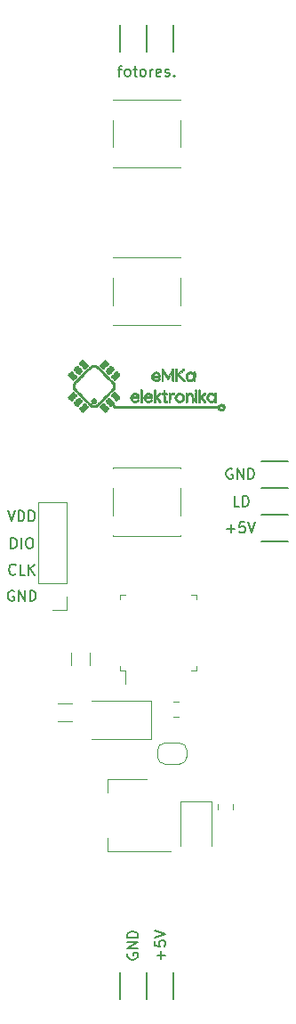
<source format=gbr>
%TF.GenerationSoftware,KiCad,Pcbnew,(5.1.6)-1*%
%TF.CreationDate,2020-10-09T22:59:05+02:00*%
%TF.ProjectId,zlpcba_f103c8,7a6c7063-6261-45f6-9631-303363382e6b,rev?*%
%TF.SameCoordinates,Original*%
%TF.FileFunction,Legend,Top*%
%TF.FilePolarity,Positive*%
%FSLAX46Y46*%
G04 Gerber Fmt 4.6, Leading zero omitted, Abs format (unit mm)*
G04 Created by KiCad (PCBNEW (5.1.6)-1) date 2020-10-09 22:59:05*
%MOMM*%
%LPD*%
G01*
G04 APERTURE LIST*
%ADD10C,0.150000*%
%ADD11C,0.120000*%
%ADD12C,0.010000*%
G04 APERTURE END LIST*
D10*
X112238095Y-57875714D02*
X112619047Y-57875714D01*
X112380952Y-58542380D02*
X112380952Y-57685238D01*
X112428571Y-57590000D01*
X112523809Y-57542380D01*
X112619047Y-57542380D01*
X113095238Y-58542380D02*
X113000000Y-58494761D01*
X112952380Y-58447142D01*
X112904761Y-58351904D01*
X112904761Y-58066190D01*
X112952380Y-57970952D01*
X113000000Y-57923333D01*
X113095238Y-57875714D01*
X113238095Y-57875714D01*
X113333333Y-57923333D01*
X113380952Y-57970952D01*
X113428571Y-58066190D01*
X113428571Y-58351904D01*
X113380952Y-58447142D01*
X113333333Y-58494761D01*
X113238095Y-58542380D01*
X113095238Y-58542380D01*
X113714285Y-57875714D02*
X114095238Y-57875714D01*
X113857142Y-57542380D02*
X113857142Y-58399523D01*
X113904761Y-58494761D01*
X114000000Y-58542380D01*
X114095238Y-58542380D01*
X114571428Y-58542380D02*
X114476190Y-58494761D01*
X114428571Y-58447142D01*
X114380952Y-58351904D01*
X114380952Y-58066190D01*
X114428571Y-57970952D01*
X114476190Y-57923333D01*
X114571428Y-57875714D01*
X114714285Y-57875714D01*
X114809523Y-57923333D01*
X114857142Y-57970952D01*
X114904761Y-58066190D01*
X114904761Y-58351904D01*
X114857142Y-58447142D01*
X114809523Y-58494761D01*
X114714285Y-58542380D01*
X114571428Y-58542380D01*
X115333333Y-58542380D02*
X115333333Y-57875714D01*
X115333333Y-58066190D02*
X115380952Y-57970952D01*
X115428571Y-57923333D01*
X115523809Y-57875714D01*
X115619047Y-57875714D01*
X116333333Y-58494761D02*
X116238095Y-58542380D01*
X116047619Y-58542380D01*
X115952380Y-58494761D01*
X115904761Y-58399523D01*
X115904761Y-58018571D01*
X115952380Y-57923333D01*
X116047619Y-57875714D01*
X116238095Y-57875714D01*
X116333333Y-57923333D01*
X116380952Y-58018571D01*
X116380952Y-58113809D01*
X115904761Y-58209047D01*
X116761904Y-58494761D02*
X116857142Y-58542380D01*
X117047619Y-58542380D01*
X117142857Y-58494761D01*
X117190476Y-58399523D01*
X117190476Y-58351904D01*
X117142857Y-58256666D01*
X117047619Y-58209047D01*
X116904761Y-58209047D01*
X116809523Y-58161428D01*
X116761904Y-58066190D01*
X116761904Y-58018571D01*
X116809523Y-57923333D01*
X116904761Y-57875714D01*
X117047619Y-57875714D01*
X117142857Y-57923333D01*
X117619047Y-58447142D02*
X117666666Y-58494761D01*
X117619047Y-58542380D01*
X117571428Y-58494761D01*
X117619047Y-58447142D01*
X117619047Y-58542380D01*
X102504761Y-105847142D02*
X102457142Y-105894761D01*
X102314285Y-105942380D01*
X102219047Y-105942380D01*
X102076190Y-105894761D01*
X101980952Y-105799523D01*
X101933333Y-105704285D01*
X101885714Y-105513809D01*
X101885714Y-105370952D01*
X101933333Y-105180476D01*
X101980952Y-105085238D01*
X102076190Y-104990000D01*
X102219047Y-104942380D01*
X102314285Y-104942380D01*
X102457142Y-104990000D01*
X102504761Y-105037619D01*
X103409523Y-105942380D02*
X102933333Y-105942380D01*
X102933333Y-104942380D01*
X103742857Y-105942380D02*
X103742857Y-104942380D01*
X104314285Y-105942380D02*
X103885714Y-105370952D01*
X104314285Y-104942380D02*
X103742857Y-105513809D01*
X102076190Y-103442380D02*
X102076190Y-102442380D01*
X102314285Y-102442380D01*
X102457142Y-102490000D01*
X102552380Y-102585238D01*
X102600000Y-102680476D01*
X102647619Y-102870952D01*
X102647619Y-103013809D01*
X102600000Y-103204285D01*
X102552380Y-103299523D01*
X102457142Y-103394761D01*
X102314285Y-103442380D01*
X102076190Y-103442380D01*
X103076190Y-103442380D02*
X103076190Y-102442380D01*
X103742857Y-102442380D02*
X103933333Y-102442380D01*
X104028571Y-102490000D01*
X104123809Y-102585238D01*
X104171428Y-102775714D01*
X104171428Y-103109047D01*
X104123809Y-103299523D01*
X104028571Y-103394761D01*
X103933333Y-103442380D01*
X103742857Y-103442380D01*
X103647619Y-103394761D01*
X103552380Y-103299523D01*
X103504761Y-103109047D01*
X103504761Y-102775714D01*
X103552380Y-102585238D01*
X103647619Y-102490000D01*
X103742857Y-102442380D01*
X102338095Y-107490000D02*
X102242857Y-107442380D01*
X102100000Y-107442380D01*
X101957142Y-107490000D01*
X101861904Y-107585238D01*
X101814285Y-107680476D01*
X101766666Y-107870952D01*
X101766666Y-108013809D01*
X101814285Y-108204285D01*
X101861904Y-108299523D01*
X101957142Y-108394761D01*
X102100000Y-108442380D01*
X102195238Y-108442380D01*
X102338095Y-108394761D01*
X102385714Y-108347142D01*
X102385714Y-108013809D01*
X102195238Y-108013809D01*
X102814285Y-108442380D02*
X102814285Y-107442380D01*
X103385714Y-108442380D01*
X103385714Y-107442380D01*
X103861904Y-108442380D02*
X103861904Y-107442380D01*
X104100000Y-107442380D01*
X104242857Y-107490000D01*
X104338095Y-107585238D01*
X104385714Y-107680476D01*
X104433333Y-107870952D01*
X104433333Y-108013809D01*
X104385714Y-108204285D01*
X104338095Y-108299523D01*
X104242857Y-108394761D01*
X104100000Y-108442380D01*
X103861904Y-108442380D01*
X101766666Y-99842380D02*
X102100000Y-100842380D01*
X102433333Y-99842380D01*
X102766666Y-100842380D02*
X102766666Y-99842380D01*
X103004761Y-99842380D01*
X103147619Y-99890000D01*
X103242857Y-99985238D01*
X103290476Y-100080476D01*
X103338095Y-100270952D01*
X103338095Y-100413809D01*
X103290476Y-100604285D01*
X103242857Y-100699523D01*
X103147619Y-100794761D01*
X103004761Y-100842380D01*
X102766666Y-100842380D01*
X103766666Y-100842380D02*
X103766666Y-99842380D01*
X104004761Y-99842380D01*
X104147619Y-99890000D01*
X104242857Y-99985238D01*
X104290476Y-100080476D01*
X104338095Y-100270952D01*
X104338095Y-100413809D01*
X104290476Y-100604285D01*
X104242857Y-100699523D01*
X104147619Y-100794761D01*
X104004761Y-100842380D01*
X103766666Y-100842380D01*
X123809523Y-99442380D02*
X123333333Y-99442380D01*
X123333333Y-98442380D01*
X124142857Y-99442380D02*
X124142857Y-98442380D01*
X124380952Y-98442380D01*
X124523809Y-98490000D01*
X124619047Y-98585238D01*
X124666666Y-98680476D01*
X124714285Y-98870952D01*
X124714285Y-99013809D01*
X124666666Y-99204285D01*
X124619047Y-99299523D01*
X124523809Y-99394761D01*
X124380952Y-99442380D01*
X124142857Y-99442380D01*
X122614285Y-101561428D02*
X123376190Y-101561428D01*
X122995238Y-101942380D02*
X122995238Y-101180476D01*
X124328571Y-100942380D02*
X123852380Y-100942380D01*
X123804761Y-101418571D01*
X123852380Y-101370952D01*
X123947619Y-101323333D01*
X124185714Y-101323333D01*
X124280952Y-101370952D01*
X124328571Y-101418571D01*
X124376190Y-101513809D01*
X124376190Y-101751904D01*
X124328571Y-101847142D01*
X124280952Y-101894761D01*
X124185714Y-101942380D01*
X123947619Y-101942380D01*
X123852380Y-101894761D01*
X123804761Y-101847142D01*
X124661904Y-100942380D02*
X124995238Y-101942380D01*
X125328571Y-100942380D01*
X123138095Y-95890000D02*
X123042857Y-95842380D01*
X122900000Y-95842380D01*
X122757142Y-95890000D01*
X122661904Y-95985238D01*
X122614285Y-96080476D01*
X122566666Y-96270952D01*
X122566666Y-96413809D01*
X122614285Y-96604285D01*
X122661904Y-96699523D01*
X122757142Y-96794761D01*
X122900000Y-96842380D01*
X122995238Y-96842380D01*
X123138095Y-96794761D01*
X123185714Y-96747142D01*
X123185714Y-96413809D01*
X122995238Y-96413809D01*
X123614285Y-96842380D02*
X123614285Y-95842380D01*
X124185714Y-96842380D01*
X124185714Y-95842380D01*
X124661904Y-96842380D02*
X124661904Y-95842380D01*
X124900000Y-95842380D01*
X125042857Y-95890000D01*
X125138095Y-95985238D01*
X125185714Y-96080476D01*
X125233333Y-96270952D01*
X125233333Y-96413809D01*
X125185714Y-96604285D01*
X125138095Y-96699523D01*
X125042857Y-96794761D01*
X124900000Y-96842380D01*
X124661904Y-96842380D01*
X116371428Y-142475714D02*
X116371428Y-141713809D01*
X116752380Y-142094761D02*
X115990476Y-142094761D01*
X115752380Y-140761428D02*
X115752380Y-141237619D01*
X116228571Y-141285238D01*
X116180952Y-141237619D01*
X116133333Y-141142380D01*
X116133333Y-140904285D01*
X116180952Y-140809047D01*
X116228571Y-140761428D01*
X116323809Y-140713809D01*
X116561904Y-140713809D01*
X116657142Y-140761428D01*
X116704761Y-140809047D01*
X116752380Y-140904285D01*
X116752380Y-141142380D01*
X116704761Y-141237619D01*
X116657142Y-141285238D01*
X115752380Y-140428095D02*
X116752380Y-140094761D01*
X115752380Y-139761428D01*
X113200000Y-141951904D02*
X113152380Y-142047142D01*
X113152380Y-142190000D01*
X113200000Y-142332857D01*
X113295238Y-142428095D01*
X113390476Y-142475714D01*
X113580952Y-142523333D01*
X113723809Y-142523333D01*
X113914285Y-142475714D01*
X114009523Y-142428095D01*
X114104761Y-142332857D01*
X114152380Y-142190000D01*
X114152380Y-142094761D01*
X114104761Y-141951904D01*
X114057142Y-141904285D01*
X113723809Y-141904285D01*
X113723809Y-142094761D01*
X114152380Y-141475714D02*
X113152380Y-141475714D01*
X114152380Y-140904285D01*
X113152380Y-140904285D01*
X114152380Y-140428095D02*
X113152380Y-140428095D01*
X113152380Y-140190000D01*
X113200000Y-140047142D01*
X113295238Y-139951904D01*
X113390476Y-139904285D01*
X113580952Y-139856666D01*
X113723809Y-139856666D01*
X113914285Y-139904285D01*
X114009523Y-139951904D01*
X114104761Y-140047142D01*
X114152380Y-140190000D01*
X114152380Y-140428095D01*
%TO.C,J4*%
X117540000Y-56165000D02*
X117540000Y-53625000D01*
X115000000Y-56165000D02*
X115000000Y-53625000D01*
X112460000Y-56165000D02*
X112460000Y-53625000D01*
%TO.C,J3*%
X125930000Y-102800000D02*
X128470000Y-102800000D01*
X125930000Y-100260000D02*
X128470000Y-100260000D01*
X125930000Y-97720000D02*
X128470000Y-97720000D01*
X125930000Y-95180000D02*
X128470000Y-95180000D01*
%TO.C,J1*%
X117540000Y-146260000D02*
X117540000Y-143720000D01*
X115000000Y-146260000D02*
X115000000Y-143720000D01*
X112460000Y-146260000D02*
X112460000Y-143720000D01*
D11*
%TO.C,J2*%
X107330000Y-99040000D02*
X104670000Y-99040000D01*
X107330000Y-106720000D02*
X107330000Y-99040000D01*
X104670000Y-106720000D02*
X104670000Y-99040000D01*
X107330000Y-106720000D02*
X104670000Y-106720000D01*
X107330000Y-107990000D02*
X107330000Y-109320000D01*
X107330000Y-109320000D02*
X106000000Y-109320000D01*
D12*
%TO.C,G1*%
G36*
X110056051Y-89191519D02*
G01*
X110102858Y-89223782D01*
X110158307Y-89287696D01*
X110190199Y-89359415D01*
X110197612Y-89435169D01*
X110179624Y-89511191D01*
X110175470Y-89520684D01*
X110130814Y-89589234D01*
X110071540Y-89638302D01*
X110002089Y-89666157D01*
X109926904Y-89671064D01*
X109850427Y-89651290D01*
X109845921Y-89649293D01*
X109781519Y-89607349D01*
X109733811Y-89550646D01*
X109704252Y-89484398D01*
X109694293Y-89413820D01*
X109705386Y-89344128D01*
X109738985Y-89280537D01*
X109742113Y-89276577D01*
X109793140Y-89221786D01*
X109842387Y-89188195D01*
X109896303Y-89171565D01*
X109903600Y-89170480D01*
X109985940Y-89169607D01*
X110056051Y-89191519D01*
G37*
X110056051Y-89191519D02*
X110102858Y-89223782D01*
X110158307Y-89287696D01*
X110190199Y-89359415D01*
X110197612Y-89435169D01*
X110179624Y-89511191D01*
X110175470Y-89520684D01*
X110130814Y-89589234D01*
X110071540Y-89638302D01*
X110002089Y-89666157D01*
X109926904Y-89671064D01*
X109850427Y-89651290D01*
X109845921Y-89649293D01*
X109781519Y-89607349D01*
X109733811Y-89550646D01*
X109704252Y-89484398D01*
X109694293Y-89413820D01*
X109705386Y-89344128D01*
X109738985Y-89280537D01*
X109742113Y-89276577D01*
X109793140Y-89221786D01*
X109842387Y-89188195D01*
X109896303Y-89171565D01*
X109903600Y-89170480D01*
X109985940Y-89169607D01*
X110056051Y-89191519D01*
G36*
X111043158Y-85533106D02*
G01*
X111065026Y-85543664D01*
X111093031Y-85564692D01*
X111130763Y-85598997D01*
X111181810Y-85649386D01*
X111200830Y-85668641D01*
X111256942Y-85726717D01*
X111296005Y-85770069D01*
X111320635Y-85802088D01*
X111333445Y-85826165D01*
X111337053Y-85845349D01*
X111334198Y-85860514D01*
X111324246Y-85879921D01*
X111305117Y-85905994D01*
X111274729Y-85941160D01*
X111231002Y-85987844D01*
X111171854Y-86048471D01*
X111106024Y-86114655D01*
X111027969Y-86192011D01*
X110966185Y-86251533D01*
X110918704Y-86294941D01*
X110883561Y-86323955D01*
X110858790Y-86340292D01*
X110842423Y-86345672D01*
X110841770Y-86345684D01*
X110821723Y-86339696D01*
X110792628Y-86320414D01*
X110752058Y-86285860D01*
X110697586Y-86234057D01*
X110665062Y-86201755D01*
X110604261Y-86139379D01*
X110561629Y-86092147D01*
X110535191Y-86057621D01*
X110522973Y-86033361D01*
X110521579Y-86024481D01*
X110526364Y-86008546D01*
X110541878Y-85984470D01*
X110569861Y-85950264D01*
X110612052Y-85903938D01*
X110670193Y-85843503D01*
X110746021Y-85766971D01*
X110752324Y-85760673D01*
X110826251Y-85687239D01*
X110884133Y-85630889D01*
X110928498Y-85589477D01*
X110961877Y-85560856D01*
X110986799Y-85542878D01*
X111005792Y-85533397D01*
X111021387Y-85530266D01*
X111023838Y-85530211D01*
X111043158Y-85533106D01*
G37*
X111043158Y-85533106D02*
X111065026Y-85543664D01*
X111093031Y-85564692D01*
X111130763Y-85598997D01*
X111181810Y-85649386D01*
X111200830Y-85668641D01*
X111256942Y-85726717D01*
X111296005Y-85770069D01*
X111320635Y-85802088D01*
X111333445Y-85826165D01*
X111337053Y-85845349D01*
X111334198Y-85860514D01*
X111324246Y-85879921D01*
X111305117Y-85905994D01*
X111274729Y-85941160D01*
X111231002Y-85987844D01*
X111171854Y-86048471D01*
X111106024Y-86114655D01*
X111027969Y-86192011D01*
X110966185Y-86251533D01*
X110918704Y-86294941D01*
X110883561Y-86323955D01*
X110858790Y-86340292D01*
X110842423Y-86345672D01*
X110841770Y-86345684D01*
X110821723Y-86339696D01*
X110792628Y-86320414D01*
X110752058Y-86285860D01*
X110697586Y-86234057D01*
X110665062Y-86201755D01*
X110604261Y-86139379D01*
X110561629Y-86092147D01*
X110535191Y-86057621D01*
X110522973Y-86033361D01*
X110521579Y-86024481D01*
X110526364Y-86008546D01*
X110541878Y-85984470D01*
X110569861Y-85950264D01*
X110612052Y-85903938D01*
X110670193Y-85843503D01*
X110746021Y-85766971D01*
X110752324Y-85760673D01*
X110826251Y-85687239D01*
X110884133Y-85630889D01*
X110928498Y-85589477D01*
X110961877Y-85560856D01*
X110986799Y-85542878D01*
X111005792Y-85533397D01*
X111021387Y-85530266D01*
X111023838Y-85530211D01*
X111043158Y-85533106D01*
G36*
X108886610Y-85532745D02*
G01*
X108905332Y-85541764D01*
X108930073Y-85559391D01*
X108963318Y-85587749D01*
X109007551Y-85628960D01*
X109065255Y-85685148D01*
X109138916Y-85758436D01*
X109141433Y-85760955D01*
X109218426Y-85838728D01*
X109277646Y-85900245D01*
X109320845Y-85947518D01*
X109349778Y-85982557D01*
X109366197Y-86007370D01*
X109371854Y-86023969D01*
X109371895Y-86025210D01*
X109362311Y-86048760D01*
X109336368Y-86085164D01*
X109298279Y-86130204D01*
X109252259Y-86179663D01*
X109202519Y-86229323D01*
X109153275Y-86274967D01*
X109108739Y-86312379D01*
X109073126Y-86337340D01*
X109051701Y-86345684D01*
X109035199Y-86340198D01*
X109009143Y-86322697D01*
X108971743Y-86291621D01*
X108921209Y-86245410D01*
X108855752Y-86182501D01*
X108787893Y-86115579D01*
X108713982Y-86041684D01*
X108657250Y-85983782D01*
X108615559Y-85939376D01*
X108586770Y-85905974D01*
X108568746Y-85881081D01*
X108559348Y-85862204D01*
X108556438Y-85846847D01*
X108556421Y-85845568D01*
X108559598Y-85826186D01*
X108570954Y-85803534D01*
X108593226Y-85774081D01*
X108629152Y-85734295D01*
X108681471Y-85680645D01*
X108694147Y-85667936D01*
X108751126Y-85611898D01*
X108793529Y-85572836D01*
X108824861Y-85548028D01*
X108848625Y-85534753D01*
X108868324Y-85530289D01*
X108871422Y-85530211D01*
X108886610Y-85532745D01*
G37*
X108886610Y-85532745D02*
X108905332Y-85541764D01*
X108930073Y-85559391D01*
X108963318Y-85587749D01*
X109007551Y-85628960D01*
X109065255Y-85685148D01*
X109138916Y-85758436D01*
X109141433Y-85760955D01*
X109218426Y-85838728D01*
X109277646Y-85900245D01*
X109320845Y-85947518D01*
X109349778Y-85982557D01*
X109366197Y-86007370D01*
X109371854Y-86023969D01*
X109371895Y-86025210D01*
X109362311Y-86048760D01*
X109336368Y-86085164D01*
X109298279Y-86130204D01*
X109252259Y-86179663D01*
X109202519Y-86229323D01*
X109153275Y-86274967D01*
X109108739Y-86312379D01*
X109073126Y-86337340D01*
X109051701Y-86345684D01*
X109035199Y-86340198D01*
X109009143Y-86322697D01*
X108971743Y-86291621D01*
X108921209Y-86245410D01*
X108855752Y-86182501D01*
X108787893Y-86115579D01*
X108713982Y-86041684D01*
X108657250Y-85983782D01*
X108615559Y-85939376D01*
X108586770Y-85905974D01*
X108568746Y-85881081D01*
X108559348Y-85862204D01*
X108556438Y-85846847D01*
X108556421Y-85845568D01*
X108559598Y-85826186D01*
X108570954Y-85803534D01*
X108593226Y-85774081D01*
X108629152Y-85734295D01*
X108681471Y-85680645D01*
X108694147Y-85667936D01*
X108751126Y-85611898D01*
X108793529Y-85572836D01*
X108824861Y-85548028D01*
X108848625Y-85534753D01*
X108868324Y-85530289D01*
X108871422Y-85530211D01*
X108886610Y-85532745D01*
G36*
X111576429Y-86068301D02*
G01*
X111599451Y-86080169D01*
X111629618Y-86103258D01*
X111670411Y-86140277D01*
X111725309Y-86193934D01*
X111734064Y-86202673D01*
X111790102Y-86259652D01*
X111829164Y-86302055D01*
X111853972Y-86333387D01*
X111867247Y-86357151D01*
X111871711Y-86376850D01*
X111871790Y-86379948D01*
X111869255Y-86395136D01*
X111860236Y-86413858D01*
X111842609Y-86438600D01*
X111814252Y-86471844D01*
X111773040Y-86516077D01*
X111716853Y-86573781D01*
X111643565Y-86647442D01*
X111641045Y-86649959D01*
X111563273Y-86726952D01*
X111501755Y-86786172D01*
X111454482Y-86829372D01*
X111419444Y-86858304D01*
X111394630Y-86874723D01*
X111378032Y-86880380D01*
X111376791Y-86880421D01*
X111356887Y-86874634D01*
X111328307Y-86855912D01*
X111288538Y-86822212D01*
X111235068Y-86771492D01*
X111199799Y-86736492D01*
X111138998Y-86674116D01*
X111096366Y-86626884D01*
X111069928Y-86592358D01*
X111057710Y-86568098D01*
X111056316Y-86559217D01*
X111061101Y-86543283D01*
X111076615Y-86519207D01*
X111104597Y-86485001D01*
X111146789Y-86438675D01*
X111204929Y-86378240D01*
X111280758Y-86301708D01*
X111287061Y-86295409D01*
X111361451Y-86221554D01*
X111419787Y-86164862D01*
X111464541Y-86123222D01*
X111498188Y-86094523D01*
X111523202Y-86076651D01*
X111542057Y-86067497D01*
X111557072Y-86064947D01*
X111576429Y-86068301D01*
G37*
X111576429Y-86068301D02*
X111599451Y-86080169D01*
X111629618Y-86103258D01*
X111670411Y-86140277D01*
X111725309Y-86193934D01*
X111734064Y-86202673D01*
X111790102Y-86259652D01*
X111829164Y-86302055D01*
X111853972Y-86333387D01*
X111867247Y-86357151D01*
X111871711Y-86376850D01*
X111871790Y-86379948D01*
X111869255Y-86395136D01*
X111860236Y-86413858D01*
X111842609Y-86438600D01*
X111814252Y-86471844D01*
X111773040Y-86516077D01*
X111716853Y-86573781D01*
X111643565Y-86647442D01*
X111641045Y-86649959D01*
X111563273Y-86726952D01*
X111501755Y-86786172D01*
X111454482Y-86829372D01*
X111419444Y-86858304D01*
X111394630Y-86874723D01*
X111378032Y-86880380D01*
X111376791Y-86880421D01*
X111356887Y-86874634D01*
X111328307Y-86855912D01*
X111288538Y-86822212D01*
X111235068Y-86771492D01*
X111199799Y-86736492D01*
X111138998Y-86674116D01*
X111096366Y-86626884D01*
X111069928Y-86592358D01*
X111057710Y-86568098D01*
X111056316Y-86559217D01*
X111061101Y-86543283D01*
X111076615Y-86519207D01*
X111104597Y-86485001D01*
X111146789Y-86438675D01*
X111204929Y-86378240D01*
X111280758Y-86301708D01*
X111287061Y-86295409D01*
X111361451Y-86221554D01*
X111419787Y-86164862D01*
X111464541Y-86123222D01*
X111498188Y-86094523D01*
X111523202Y-86076651D01*
X111542057Y-86067497D01*
X111557072Y-86064947D01*
X111576429Y-86068301D01*
G36*
X108351873Y-86067482D02*
G01*
X108370595Y-86076501D01*
X108395337Y-86094128D01*
X108428581Y-86122485D01*
X108472814Y-86163697D01*
X108530518Y-86219885D01*
X108604179Y-86293172D01*
X108606696Y-86295692D01*
X108683689Y-86373464D01*
X108742909Y-86434982D01*
X108786109Y-86482255D01*
X108815041Y-86517293D01*
X108831460Y-86542107D01*
X108837117Y-86558705D01*
X108837158Y-86559946D01*
X108827544Y-86583756D01*
X108801517Y-86620349D01*
X108763303Y-86665510D01*
X108717127Y-86715024D01*
X108667213Y-86764676D01*
X108617787Y-86810250D01*
X108573074Y-86847530D01*
X108537298Y-86872302D01*
X108515954Y-86880421D01*
X108500020Y-86875636D01*
X108475944Y-86860123D01*
X108441738Y-86832140D01*
X108395412Y-86789948D01*
X108334977Y-86731808D01*
X108258445Y-86655979D01*
X108252146Y-86649677D01*
X108178291Y-86575286D01*
X108121599Y-86516951D01*
X108079959Y-86472196D01*
X108051260Y-86438549D01*
X108033388Y-86413535D01*
X108024234Y-86394680D01*
X108021684Y-86379666D01*
X108025038Y-86360308D01*
X108036906Y-86337286D01*
X108059995Y-86307119D01*
X108097014Y-86266327D01*
X108150671Y-86211428D01*
X108159410Y-86202673D01*
X108216389Y-86146635D01*
X108258792Y-86107573D01*
X108290124Y-86082765D01*
X108313888Y-86069490D01*
X108333587Y-86065026D01*
X108336685Y-86064947D01*
X108351873Y-86067482D01*
G37*
X108351873Y-86067482D02*
X108370595Y-86076501D01*
X108395337Y-86094128D01*
X108428581Y-86122485D01*
X108472814Y-86163697D01*
X108530518Y-86219885D01*
X108604179Y-86293172D01*
X108606696Y-86295692D01*
X108683689Y-86373464D01*
X108742909Y-86434982D01*
X108786109Y-86482255D01*
X108815041Y-86517293D01*
X108831460Y-86542107D01*
X108837117Y-86558705D01*
X108837158Y-86559946D01*
X108827544Y-86583756D01*
X108801517Y-86620349D01*
X108763303Y-86665510D01*
X108717127Y-86715024D01*
X108667213Y-86764676D01*
X108617787Y-86810250D01*
X108573074Y-86847530D01*
X108537298Y-86872302D01*
X108515954Y-86880421D01*
X108500020Y-86875636D01*
X108475944Y-86860123D01*
X108441738Y-86832140D01*
X108395412Y-86789948D01*
X108334977Y-86731808D01*
X108258445Y-86655979D01*
X108252146Y-86649677D01*
X108178291Y-86575286D01*
X108121599Y-86516951D01*
X108079959Y-86472196D01*
X108051260Y-86438549D01*
X108033388Y-86413535D01*
X108024234Y-86394680D01*
X108021684Y-86379666D01*
X108025038Y-86360308D01*
X108036906Y-86337286D01*
X108059995Y-86307119D01*
X108097014Y-86266327D01*
X108150671Y-86211428D01*
X108159410Y-86202673D01*
X108216389Y-86146635D01*
X108258792Y-86107573D01*
X108290124Y-86082765D01*
X108313888Y-86069490D01*
X108333587Y-86065026D01*
X108336685Y-86064947D01*
X108351873Y-86067482D01*
G36*
X112110551Y-86602861D02*
G01*
X112133203Y-86614217D01*
X112162656Y-86636489D01*
X112202442Y-86672415D01*
X112256092Y-86724734D01*
X112268801Y-86737410D01*
X112324839Y-86794389D01*
X112363901Y-86836792D01*
X112388709Y-86868124D01*
X112401984Y-86891888D01*
X112406448Y-86911587D01*
X112406527Y-86914685D01*
X112403992Y-86929873D01*
X112394973Y-86948595D01*
X112377346Y-86973336D01*
X112348989Y-87006581D01*
X112307777Y-87050814D01*
X112251589Y-87108518D01*
X112178302Y-87182179D01*
X112175782Y-87184696D01*
X112098010Y-87261689D01*
X112036492Y-87320909D01*
X111989219Y-87364108D01*
X111954181Y-87393041D01*
X111929367Y-87409460D01*
X111912769Y-87415117D01*
X111911528Y-87415158D01*
X111891624Y-87409371D01*
X111863044Y-87390649D01*
X111823275Y-87356949D01*
X111769805Y-87306229D01*
X111734535Y-87271229D01*
X111672623Y-87207596D01*
X111629305Y-87159305D01*
X111602893Y-87124282D01*
X111591698Y-87100451D01*
X111591053Y-87094964D01*
X111596540Y-87078462D01*
X111614040Y-87052406D01*
X111645116Y-87015006D01*
X111691328Y-86964472D01*
X111754236Y-86899015D01*
X111821158Y-86831156D01*
X111895053Y-86757245D01*
X111952956Y-86700513D01*
X111997361Y-86658822D01*
X112030763Y-86630033D01*
X112055656Y-86612009D01*
X112074533Y-86602611D01*
X112089890Y-86599701D01*
X112091169Y-86599684D01*
X112110551Y-86602861D01*
G37*
X112110551Y-86602861D02*
X112133203Y-86614217D01*
X112162656Y-86636489D01*
X112202442Y-86672415D01*
X112256092Y-86724734D01*
X112268801Y-86737410D01*
X112324839Y-86794389D01*
X112363901Y-86836792D01*
X112388709Y-86868124D01*
X112401984Y-86891888D01*
X112406448Y-86911587D01*
X112406527Y-86914685D01*
X112403992Y-86929873D01*
X112394973Y-86948595D01*
X112377346Y-86973336D01*
X112348989Y-87006581D01*
X112307777Y-87050814D01*
X112251589Y-87108518D01*
X112178302Y-87182179D01*
X112175782Y-87184696D01*
X112098010Y-87261689D01*
X112036492Y-87320909D01*
X111989219Y-87364108D01*
X111954181Y-87393041D01*
X111929367Y-87409460D01*
X111912769Y-87415117D01*
X111911528Y-87415158D01*
X111891624Y-87409371D01*
X111863044Y-87390649D01*
X111823275Y-87356949D01*
X111769805Y-87306229D01*
X111734535Y-87271229D01*
X111672623Y-87207596D01*
X111629305Y-87159305D01*
X111602893Y-87124282D01*
X111591698Y-87100451D01*
X111591053Y-87094964D01*
X111596540Y-87078462D01*
X111614040Y-87052406D01*
X111645116Y-87015006D01*
X111691328Y-86964472D01*
X111754236Y-86899015D01*
X111821158Y-86831156D01*
X111895053Y-86757245D01*
X111952956Y-86700513D01*
X111997361Y-86658822D01*
X112030763Y-86630033D01*
X112055656Y-86612009D01*
X112074533Y-86602611D01*
X112089890Y-86599701D01*
X112091169Y-86599684D01*
X112110551Y-86602861D01*
G36*
X107817469Y-86602121D02*
G01*
X107835932Y-86610855D01*
X107860189Y-86628025D01*
X107892733Y-86655770D01*
X107936058Y-86696227D01*
X107992659Y-86751534D01*
X108065030Y-86823830D01*
X108072316Y-86831156D01*
X108149961Y-86910000D01*
X108209706Y-86972471D01*
X108253186Y-87020447D01*
X108282038Y-87055807D01*
X108297897Y-87080430D01*
X108302421Y-87095410D01*
X108292810Y-87118975D01*
X108266792Y-87155341D01*
X108228591Y-87200303D01*
X108182433Y-87249656D01*
X108132541Y-87299195D01*
X108083139Y-87344714D01*
X108038453Y-87382009D01*
X108002706Y-87406874D01*
X107981218Y-87415158D01*
X107965283Y-87410373D01*
X107941207Y-87394859D01*
X107907001Y-87366877D01*
X107860675Y-87324685D01*
X107800240Y-87266545D01*
X107723708Y-87190716D01*
X107717410Y-87184413D01*
X107643554Y-87110023D01*
X107586863Y-87051687D01*
X107545223Y-87006933D01*
X107516523Y-86973286D01*
X107498651Y-86948272D01*
X107489497Y-86929417D01*
X107486948Y-86914402D01*
X107490302Y-86895045D01*
X107502169Y-86872023D01*
X107525258Y-86841856D01*
X107562277Y-86801063D01*
X107615934Y-86746165D01*
X107624673Y-86737410D01*
X107681521Y-86681483D01*
X107723798Y-86642496D01*
X107755036Y-86617711D01*
X107778766Y-86604391D01*
X107798519Y-86599797D01*
X107802305Y-86599684D01*
X107817469Y-86602121D01*
G37*
X107817469Y-86602121D02*
X107835932Y-86610855D01*
X107860189Y-86628025D01*
X107892733Y-86655770D01*
X107936058Y-86696227D01*
X107992659Y-86751534D01*
X108065030Y-86823830D01*
X108072316Y-86831156D01*
X108149961Y-86910000D01*
X108209706Y-86972471D01*
X108253186Y-87020447D01*
X108282038Y-87055807D01*
X108297897Y-87080430D01*
X108302421Y-87095410D01*
X108292810Y-87118975D01*
X108266792Y-87155341D01*
X108228591Y-87200303D01*
X108182433Y-87249656D01*
X108132541Y-87299195D01*
X108083139Y-87344714D01*
X108038453Y-87382009D01*
X108002706Y-87406874D01*
X107981218Y-87415158D01*
X107965283Y-87410373D01*
X107941207Y-87394859D01*
X107907001Y-87366877D01*
X107860675Y-87324685D01*
X107800240Y-87266545D01*
X107723708Y-87190716D01*
X107717410Y-87184413D01*
X107643554Y-87110023D01*
X107586863Y-87051687D01*
X107545223Y-87006933D01*
X107516523Y-86973286D01*
X107498651Y-86948272D01*
X107489497Y-86929417D01*
X107486948Y-86914402D01*
X107490302Y-86895045D01*
X107502169Y-86872023D01*
X107525258Y-86841856D01*
X107562277Y-86801063D01*
X107615934Y-86746165D01*
X107624673Y-86737410D01*
X107681521Y-86681483D01*
X107723798Y-86642496D01*
X107755036Y-86617711D01*
X107778766Y-86604391D01*
X107798519Y-86599797D01*
X107802305Y-86599684D01*
X107817469Y-86602121D01*
G36*
X116481711Y-86325419D02*
G01*
X116511355Y-86335027D01*
X116526480Y-86343288D01*
X116535597Y-86356640D01*
X116556778Y-86389821D01*
X116588160Y-86439842D01*
X116627875Y-86503713D01*
X116674058Y-86578441D01*
X116724844Y-86661038D01*
X116732308Y-86673211D01*
X116785138Y-86759346D01*
X116834966Y-86840487D01*
X116879623Y-86913110D01*
X116916941Y-86973690D01*
X116944750Y-87018704D01*
X116960881Y-87044627D01*
X116961370Y-87045402D01*
X116993768Y-87096752D01*
X117199972Y-86732698D01*
X117251359Y-86642237D01*
X117299033Y-86558812D01*
X117341270Y-86485401D01*
X117376346Y-86424982D01*
X117402538Y-86380532D01*
X117418121Y-86355029D01*
X117421252Y-86350480D01*
X117444295Y-86337851D01*
X117479254Y-86332326D01*
X117480721Y-86332316D01*
X117501029Y-86332613D01*
X117517858Y-86335035D01*
X117531537Y-86341876D01*
X117542392Y-86355433D01*
X117550748Y-86378000D01*
X117556934Y-86411873D01*
X117561274Y-86459347D01*
X117564097Y-86522717D01*
X117565728Y-86604280D01*
X117566495Y-86706329D01*
X117566723Y-86831161D01*
X117566737Y-86936869D01*
X117566694Y-87071996D01*
X117566487Y-87182923D01*
X117565996Y-87272189D01*
X117565104Y-87342332D01*
X117563691Y-87395890D01*
X117561638Y-87435401D01*
X117558828Y-87463402D01*
X117555141Y-87482431D01*
X117550459Y-87495026D01*
X117544663Y-87503726D01*
X117540000Y-87508737D01*
X117499891Y-87531951D01*
X117454926Y-87531105D01*
X117425582Y-87516516D01*
X117418026Y-87509602D01*
X117412000Y-87499131D01*
X117407263Y-87482092D01*
X117403571Y-87455475D01*
X117400680Y-87416270D01*
X117398349Y-87361465D01*
X117396334Y-87288052D01*
X117394392Y-87193019D01*
X117392948Y-87112121D01*
X117386263Y-86726684D01*
X117225842Y-87019008D01*
X117180320Y-87100603D01*
X117137376Y-87175047D01*
X117099122Y-87238873D01*
X117067672Y-87288614D01*
X117045139Y-87320806D01*
X117035440Y-87331297D01*
X117014731Y-87343127D01*
X116995559Y-87347750D01*
X116975955Y-87343088D01*
X116953953Y-87327060D01*
X116927583Y-87297587D01*
X116894878Y-87252590D01*
X116853869Y-87189989D01*
X116802588Y-87107704D01*
X116763776Y-87044254D01*
X116714688Y-86964076D01*
X116669399Y-86890813D01*
X116629996Y-86827778D01*
X116598561Y-86778290D01*
X116577181Y-86745663D01*
X116568640Y-86733846D01*
X116563400Y-86731725D01*
X116559259Y-86739755D01*
X116556095Y-86760402D01*
X116553789Y-86796135D01*
X116552221Y-86849423D01*
X116551271Y-86922733D01*
X116550820Y-87018535D01*
X116550737Y-87102748D01*
X116550633Y-87215428D01*
X116550200Y-87304387D01*
X116549258Y-87372642D01*
X116547630Y-87423208D01*
X116545133Y-87459101D01*
X116541590Y-87483337D01*
X116536821Y-87498933D01*
X116530645Y-87508902D01*
X116526290Y-87513349D01*
X116486995Y-87533339D01*
X116445435Y-87528350D01*
X116417053Y-87508737D01*
X116410480Y-87501305D01*
X116405083Y-87491731D01*
X116400745Y-87477500D01*
X116397351Y-87456100D01*
X116394786Y-87425017D01*
X116392933Y-87381737D01*
X116391677Y-87323747D01*
X116390904Y-87248533D01*
X116390496Y-87153581D01*
X116390339Y-87036378D01*
X116390316Y-86927211D01*
X116390349Y-86790898D01*
X116390528Y-86678803D01*
X116390974Y-86588407D01*
X116391807Y-86517191D01*
X116393148Y-86462636D01*
X116395117Y-86422223D01*
X116397836Y-86393433D01*
X116401424Y-86373747D01*
X116406002Y-86360647D01*
X116411692Y-86351612D01*
X116418211Y-86344526D01*
X116449369Y-86324373D01*
X116481711Y-86325419D01*
G37*
X116481711Y-86325419D02*
X116511355Y-86335027D01*
X116526480Y-86343288D01*
X116535597Y-86356640D01*
X116556778Y-86389821D01*
X116588160Y-86439842D01*
X116627875Y-86503713D01*
X116674058Y-86578441D01*
X116724844Y-86661038D01*
X116732308Y-86673211D01*
X116785138Y-86759346D01*
X116834966Y-86840487D01*
X116879623Y-86913110D01*
X116916941Y-86973690D01*
X116944750Y-87018704D01*
X116960881Y-87044627D01*
X116961370Y-87045402D01*
X116993768Y-87096752D01*
X117199972Y-86732698D01*
X117251359Y-86642237D01*
X117299033Y-86558812D01*
X117341270Y-86485401D01*
X117376346Y-86424982D01*
X117402538Y-86380532D01*
X117418121Y-86355029D01*
X117421252Y-86350480D01*
X117444295Y-86337851D01*
X117479254Y-86332326D01*
X117480721Y-86332316D01*
X117501029Y-86332613D01*
X117517858Y-86335035D01*
X117531537Y-86341876D01*
X117542392Y-86355433D01*
X117550748Y-86378000D01*
X117556934Y-86411873D01*
X117561274Y-86459347D01*
X117564097Y-86522717D01*
X117565728Y-86604280D01*
X117566495Y-86706329D01*
X117566723Y-86831161D01*
X117566737Y-86936869D01*
X117566694Y-87071996D01*
X117566487Y-87182923D01*
X117565996Y-87272189D01*
X117565104Y-87342332D01*
X117563691Y-87395890D01*
X117561638Y-87435401D01*
X117558828Y-87463402D01*
X117555141Y-87482431D01*
X117550459Y-87495026D01*
X117544663Y-87503726D01*
X117540000Y-87508737D01*
X117499891Y-87531951D01*
X117454926Y-87531105D01*
X117425582Y-87516516D01*
X117418026Y-87509602D01*
X117412000Y-87499131D01*
X117407263Y-87482092D01*
X117403571Y-87455475D01*
X117400680Y-87416270D01*
X117398349Y-87361465D01*
X117396334Y-87288052D01*
X117394392Y-87193019D01*
X117392948Y-87112121D01*
X117386263Y-86726684D01*
X117225842Y-87019008D01*
X117180320Y-87100603D01*
X117137376Y-87175047D01*
X117099122Y-87238873D01*
X117067672Y-87288614D01*
X117045139Y-87320806D01*
X117035440Y-87331297D01*
X117014731Y-87343127D01*
X116995559Y-87347750D01*
X116975955Y-87343088D01*
X116953953Y-87327060D01*
X116927583Y-87297587D01*
X116894878Y-87252590D01*
X116853869Y-87189989D01*
X116802588Y-87107704D01*
X116763776Y-87044254D01*
X116714688Y-86964076D01*
X116669399Y-86890813D01*
X116629996Y-86827778D01*
X116598561Y-86778290D01*
X116577181Y-86745663D01*
X116568640Y-86733846D01*
X116563400Y-86731725D01*
X116559259Y-86739755D01*
X116556095Y-86760402D01*
X116553789Y-86796135D01*
X116552221Y-86849423D01*
X116551271Y-86922733D01*
X116550820Y-87018535D01*
X116550737Y-87102748D01*
X116550633Y-87215428D01*
X116550200Y-87304387D01*
X116549258Y-87372642D01*
X116547630Y-87423208D01*
X116545133Y-87459101D01*
X116541590Y-87483337D01*
X116536821Y-87498933D01*
X116530645Y-87508902D01*
X116526290Y-87513349D01*
X116486995Y-87533339D01*
X116445435Y-87528350D01*
X116417053Y-87508737D01*
X116410480Y-87501305D01*
X116405083Y-87491731D01*
X116400745Y-87477500D01*
X116397351Y-87456100D01*
X116394786Y-87425017D01*
X116392933Y-87381737D01*
X116391677Y-87323747D01*
X116390904Y-87248533D01*
X116390496Y-87153581D01*
X116390339Y-87036378D01*
X116390316Y-86927211D01*
X116390349Y-86790898D01*
X116390528Y-86678803D01*
X116390974Y-86588407D01*
X116391807Y-86517191D01*
X116393148Y-86462636D01*
X116395117Y-86422223D01*
X116397836Y-86393433D01*
X116401424Y-86373747D01*
X116406002Y-86360647D01*
X116411692Y-86351612D01*
X116418211Y-86344526D01*
X116449369Y-86324373D01*
X116481711Y-86325419D01*
G36*
X117796144Y-86334863D02*
G01*
X117814494Y-86344743D01*
X117827938Y-86365311D01*
X117837487Y-86399924D01*
X117844154Y-86451938D01*
X117848951Y-86524710D01*
X117852051Y-86598211D01*
X117855066Y-86671846D01*
X117858250Y-86735609D01*
X117861329Y-86784936D01*
X117864030Y-86815262D01*
X117865534Y-86822727D01*
X117876748Y-86815896D01*
X117905719Y-86793913D01*
X117949799Y-86758909D01*
X118006345Y-86713013D01*
X118072711Y-86658356D01*
X118146251Y-86597067D01*
X118156781Y-86588236D01*
X118231956Y-86525620D01*
X118301157Y-86468892D01*
X118361566Y-86420288D01*
X118410363Y-86382047D01*
X118444731Y-86356408D01*
X118461850Y-86345609D01*
X118462545Y-86345425D01*
X118507285Y-86345406D01*
X118538294Y-86363461D01*
X118550904Y-86379653D01*
X118565356Y-86411016D01*
X118560867Y-86440300D01*
X118558458Y-86445891D01*
X118544191Y-86463520D01*
X118512327Y-86495112D01*
X118466030Y-86537786D01*
X118408464Y-86588660D01*
X118342796Y-86644851D01*
X118308109Y-86673877D01*
X118072463Y-86869593D01*
X118098762Y-86898402D01*
X118114825Y-86915845D01*
X118146311Y-86949907D01*
X118190461Y-86997605D01*
X118244512Y-87055958D01*
X118305704Y-87121985D01*
X118360583Y-87181172D01*
X118436189Y-87263262D01*
X118494842Y-87328602D01*
X118538233Y-87379606D01*
X118568049Y-87418691D01*
X118585981Y-87448273D01*
X118593717Y-87470767D01*
X118592947Y-87488589D01*
X118585874Y-87503394D01*
X118559065Y-87526790D01*
X118522359Y-87541649D01*
X118489731Y-87542340D01*
X118474308Y-87530785D01*
X118443355Y-87502164D01*
X118399463Y-87459069D01*
X118345221Y-87404094D01*
X118283220Y-87339830D01*
X118216051Y-87268872D01*
X118208545Y-87260862D01*
X118141966Y-87189984D01*
X118081364Y-87125934D01*
X118029119Y-87071188D01*
X117987612Y-87028227D01*
X117959222Y-86999526D01*
X117946329Y-86987566D01*
X117945891Y-86987369D01*
X117932166Y-86994745D01*
X117905519Y-87013285D01*
X117893371Y-87022376D01*
X117847474Y-87057384D01*
X117847474Y-87282302D01*
X117847326Y-87364817D01*
X117846550Y-87424719D01*
X117844648Y-87466133D01*
X117841120Y-87493183D01*
X117835468Y-87509995D01*
X117827194Y-87520692D01*
X117817763Y-87528032D01*
X117775269Y-87547010D01*
X117737050Y-87540035D01*
X117713790Y-87522105D01*
X117707217Y-87514673D01*
X117701820Y-87505099D01*
X117697482Y-87490869D01*
X117694088Y-87469469D01*
X117691522Y-87438385D01*
X117689670Y-87395105D01*
X117688414Y-87337115D01*
X117687641Y-87261901D01*
X117687233Y-87166949D01*
X117687076Y-87049746D01*
X117687053Y-86940579D01*
X117687094Y-86804158D01*
X117687296Y-86691961D01*
X117687772Y-86601473D01*
X117688640Y-86530182D01*
X117690014Y-86475573D01*
X117692011Y-86435132D01*
X117694745Y-86406347D01*
X117698333Y-86386704D01*
X117702889Y-86373689D01*
X117708530Y-86364789D01*
X117713790Y-86359053D01*
X117744775Y-86338888D01*
X117771876Y-86332316D01*
X117796144Y-86334863D01*
G37*
X117796144Y-86334863D02*
X117814494Y-86344743D01*
X117827938Y-86365311D01*
X117837487Y-86399924D01*
X117844154Y-86451938D01*
X117848951Y-86524710D01*
X117852051Y-86598211D01*
X117855066Y-86671846D01*
X117858250Y-86735609D01*
X117861329Y-86784936D01*
X117864030Y-86815262D01*
X117865534Y-86822727D01*
X117876748Y-86815896D01*
X117905719Y-86793913D01*
X117949799Y-86758909D01*
X118006345Y-86713013D01*
X118072711Y-86658356D01*
X118146251Y-86597067D01*
X118156781Y-86588236D01*
X118231956Y-86525620D01*
X118301157Y-86468892D01*
X118361566Y-86420288D01*
X118410363Y-86382047D01*
X118444731Y-86356408D01*
X118461850Y-86345609D01*
X118462545Y-86345425D01*
X118507285Y-86345406D01*
X118538294Y-86363461D01*
X118550904Y-86379653D01*
X118565356Y-86411016D01*
X118560867Y-86440300D01*
X118558458Y-86445891D01*
X118544191Y-86463520D01*
X118512327Y-86495112D01*
X118466030Y-86537786D01*
X118408464Y-86588660D01*
X118342796Y-86644851D01*
X118308109Y-86673877D01*
X118072463Y-86869593D01*
X118098762Y-86898402D01*
X118114825Y-86915845D01*
X118146311Y-86949907D01*
X118190461Y-86997605D01*
X118244512Y-87055958D01*
X118305704Y-87121985D01*
X118360583Y-87181172D01*
X118436189Y-87263262D01*
X118494842Y-87328602D01*
X118538233Y-87379606D01*
X118568049Y-87418691D01*
X118585981Y-87448273D01*
X118593717Y-87470767D01*
X118592947Y-87488589D01*
X118585874Y-87503394D01*
X118559065Y-87526790D01*
X118522359Y-87541649D01*
X118489731Y-87542340D01*
X118474308Y-87530785D01*
X118443355Y-87502164D01*
X118399463Y-87459069D01*
X118345221Y-87404094D01*
X118283220Y-87339830D01*
X118216051Y-87268872D01*
X118208545Y-87260862D01*
X118141966Y-87189984D01*
X118081364Y-87125934D01*
X118029119Y-87071188D01*
X117987612Y-87028227D01*
X117959222Y-86999526D01*
X117946329Y-86987566D01*
X117945891Y-86987369D01*
X117932166Y-86994745D01*
X117905519Y-87013285D01*
X117893371Y-87022376D01*
X117847474Y-87057384D01*
X117847474Y-87282302D01*
X117847326Y-87364817D01*
X117846550Y-87424719D01*
X117844648Y-87466133D01*
X117841120Y-87493183D01*
X117835468Y-87509995D01*
X117827194Y-87520692D01*
X117817763Y-87528032D01*
X117775269Y-87547010D01*
X117737050Y-87540035D01*
X117713790Y-87522105D01*
X117707217Y-87514673D01*
X117701820Y-87505099D01*
X117697482Y-87490869D01*
X117694088Y-87469469D01*
X117691522Y-87438385D01*
X117689670Y-87395105D01*
X117688414Y-87337115D01*
X117687641Y-87261901D01*
X117687233Y-87166949D01*
X117687076Y-87049746D01*
X117687053Y-86940579D01*
X117687094Y-86804158D01*
X117687296Y-86691961D01*
X117687772Y-86601473D01*
X117688640Y-86530182D01*
X117690014Y-86475573D01*
X117692011Y-86435132D01*
X117694745Y-86406347D01*
X117698333Y-86386704D01*
X117702889Y-86373689D01*
X117708530Y-86364789D01*
X117713790Y-86359053D01*
X117744775Y-86338888D01*
X117771876Y-86332316D01*
X117796144Y-86334863D01*
G36*
X116000985Y-86651811D02*
G01*
X116088362Y-86696364D01*
X116143544Y-86741275D01*
X116208243Y-86820797D01*
X116249096Y-86911311D01*
X116266599Y-87006603D01*
X116268723Y-87056662D01*
X116264231Y-87089435D01*
X116251635Y-87113875D01*
X116247983Y-87118586D01*
X116236643Y-87130382D01*
X116221877Y-87139645D01*
X116200529Y-87146693D01*
X116169441Y-87151850D01*
X116125458Y-87155434D01*
X116065422Y-87157768D01*
X115986178Y-87159172D01*
X115884567Y-87159968D01*
X115838869Y-87160179D01*
X115762566Y-87161127D01*
X115696452Y-87163156D01*
X115644775Y-87166037D01*
X115611784Y-87169540D01*
X115601579Y-87173016D01*
X115608505Y-87189782D01*
X115626423Y-87220898D01*
X115645027Y-87249884D01*
X115689252Y-87300261D01*
X115746433Y-87343405D01*
X115808221Y-87374290D01*
X115866266Y-87387891D01*
X115874687Y-87388128D01*
X115931643Y-87377624D01*
X115993818Y-87350161D01*
X116051148Y-87310715D01*
X116072956Y-87290091D01*
X116105037Y-87260429D01*
X116134980Y-87239788D01*
X116144242Y-87235792D01*
X116177618Y-87238182D01*
X116211185Y-87258340D01*
X116235912Y-87288939D01*
X116243263Y-87316164D01*
X116232600Y-87348972D01*
X116204103Y-87389779D01*
X116163010Y-87433076D01*
X116114559Y-87473353D01*
X116063990Y-87505098D01*
X116063326Y-87505438D01*
X115987807Y-87532447D01*
X115900784Y-87545448D01*
X115813072Y-87543778D01*
X115735485Y-87526775D01*
X115732553Y-87525694D01*
X115636024Y-87476319D01*
X115556839Y-87409506D01*
X115495850Y-87328860D01*
X115453912Y-87237989D01*
X115431876Y-87140499D01*
X115430594Y-87039997D01*
X115444533Y-86971485D01*
X115614948Y-86971485D01*
X115622855Y-86977577D01*
X115648120Y-86982059D01*
X115693059Y-86985082D01*
X115759989Y-86986801D01*
X115851224Y-86987368D01*
X115855579Y-86987369D01*
X115944081Y-86987002D01*
X116009003Y-86985744D01*
X116053494Y-86983360D01*
X116080703Y-86979612D01*
X116093779Y-86974265D01*
X116096211Y-86969322D01*
X116088815Y-86948669D01*
X116069965Y-86916132D01*
X116056369Y-86896275D01*
X115999210Y-86837269D01*
X115932566Y-86802262D01*
X115859767Y-86791786D01*
X115784141Y-86806374D01*
X115715769Y-86841811D01*
X115680964Y-86871314D01*
X115648417Y-86908090D01*
X115624341Y-86944150D01*
X115614948Y-86971485D01*
X115444533Y-86971485D01*
X115450921Y-86940088D01*
X115493708Y-86844381D01*
X115552539Y-86764357D01*
X115629401Y-86697701D01*
X115716988Y-86652950D01*
X115810988Y-86630272D01*
X115907090Y-86629837D01*
X116000985Y-86651811D01*
G37*
X116000985Y-86651811D02*
X116088362Y-86696364D01*
X116143544Y-86741275D01*
X116208243Y-86820797D01*
X116249096Y-86911311D01*
X116266599Y-87006603D01*
X116268723Y-87056662D01*
X116264231Y-87089435D01*
X116251635Y-87113875D01*
X116247983Y-87118586D01*
X116236643Y-87130382D01*
X116221877Y-87139645D01*
X116200529Y-87146693D01*
X116169441Y-87151850D01*
X116125458Y-87155434D01*
X116065422Y-87157768D01*
X115986178Y-87159172D01*
X115884567Y-87159968D01*
X115838869Y-87160179D01*
X115762566Y-87161127D01*
X115696452Y-87163156D01*
X115644775Y-87166037D01*
X115611784Y-87169540D01*
X115601579Y-87173016D01*
X115608505Y-87189782D01*
X115626423Y-87220898D01*
X115645027Y-87249884D01*
X115689252Y-87300261D01*
X115746433Y-87343405D01*
X115808221Y-87374290D01*
X115866266Y-87387891D01*
X115874687Y-87388128D01*
X115931643Y-87377624D01*
X115993818Y-87350161D01*
X116051148Y-87310715D01*
X116072956Y-87290091D01*
X116105037Y-87260429D01*
X116134980Y-87239788D01*
X116144242Y-87235792D01*
X116177618Y-87238182D01*
X116211185Y-87258340D01*
X116235912Y-87288939D01*
X116243263Y-87316164D01*
X116232600Y-87348972D01*
X116204103Y-87389779D01*
X116163010Y-87433076D01*
X116114559Y-87473353D01*
X116063990Y-87505098D01*
X116063326Y-87505438D01*
X115987807Y-87532447D01*
X115900784Y-87545448D01*
X115813072Y-87543778D01*
X115735485Y-87526775D01*
X115732553Y-87525694D01*
X115636024Y-87476319D01*
X115556839Y-87409506D01*
X115495850Y-87328860D01*
X115453912Y-87237989D01*
X115431876Y-87140499D01*
X115430594Y-87039997D01*
X115444533Y-86971485D01*
X115614948Y-86971485D01*
X115622855Y-86977577D01*
X115648120Y-86982059D01*
X115693059Y-86985082D01*
X115759989Y-86986801D01*
X115851224Y-86987368D01*
X115855579Y-86987369D01*
X115944081Y-86987002D01*
X116009003Y-86985744D01*
X116053494Y-86983360D01*
X116080703Y-86979612D01*
X116093779Y-86974265D01*
X116096211Y-86969322D01*
X116088815Y-86948669D01*
X116069965Y-86916132D01*
X116056369Y-86896275D01*
X115999210Y-86837269D01*
X115932566Y-86802262D01*
X115859767Y-86791786D01*
X115784141Y-86806374D01*
X115715769Y-86841811D01*
X115680964Y-86871314D01*
X115648417Y-86908090D01*
X115624341Y-86944150D01*
X115614948Y-86971485D01*
X115444533Y-86971485D01*
X115450921Y-86940088D01*
X115493708Y-86844381D01*
X115552539Y-86764357D01*
X115629401Y-86697701D01*
X115716988Y-86652950D01*
X115810988Y-86630272D01*
X115907090Y-86629837D01*
X116000985Y-86651811D01*
G36*
X119564144Y-86629525D02*
G01*
X119593400Y-86661629D01*
X119599054Y-86674043D01*
X119602826Y-86698605D01*
X119605385Y-86748110D01*
X119606710Y-86820789D01*
X119606780Y-86914873D01*
X119605574Y-87028596D01*
X119604101Y-87112023D01*
X119601714Y-87226762D01*
X119599516Y-87317740D01*
X119597262Y-87387929D01*
X119594711Y-87440304D01*
X119591617Y-87477835D01*
X119587739Y-87503496D01*
X119582832Y-87520259D01*
X119576653Y-87531098D01*
X119569151Y-87538816D01*
X119537528Y-87559137D01*
X119508177Y-87557139D01*
X119483183Y-87542652D01*
X119460508Y-87513514D01*
X119446590Y-87468878D01*
X119437921Y-87414662D01*
X119392270Y-87460312D01*
X119324770Y-87509070D01*
X119240000Y-87538255D01*
X119139362Y-87547437D01*
X119113121Y-87546622D01*
X119006969Y-87528331D01*
X118911235Y-87486233D01*
X118828443Y-87422067D01*
X118761114Y-87337571D01*
X118732073Y-87284101D01*
X118713908Y-87241101D01*
X118703083Y-87201315D01*
X118697831Y-87154996D01*
X118696388Y-87092655D01*
X118850236Y-87092655D01*
X118860139Y-87151116D01*
X118886061Y-87215261D01*
X118922746Y-87274583D01*
X118962194Y-87316437D01*
X119037851Y-87363834D01*
X119113980Y-87384796D01*
X119192546Y-87379582D01*
X119260388Y-87355854D01*
X119330775Y-87310008D01*
X119382220Y-87249808D01*
X119414818Y-87179669D01*
X119428669Y-87104007D01*
X119423870Y-87027237D01*
X119400519Y-86953775D01*
X119358713Y-86888035D01*
X119298551Y-86834434D01*
X119248245Y-86807604D01*
X119168518Y-86788363D01*
X119085632Y-86794823D01*
X119015732Y-86820173D01*
X118945723Y-86869345D01*
X118892758Y-86936210D01*
X118859953Y-87015637D01*
X118850236Y-87092655D01*
X118696388Y-87092655D01*
X118696382Y-87092401D01*
X118696377Y-87087431D01*
X118697344Y-87026003D01*
X118701644Y-86981276D01*
X118711362Y-86943246D01*
X118728584Y-86901905D01*
X118739945Y-86878317D01*
X118796767Y-86788494D01*
X118868266Y-86716237D01*
X118950771Y-86663012D01*
X119040610Y-86630284D01*
X119134112Y-86619519D01*
X119227606Y-86632181D01*
X119293992Y-86657183D01*
X119340747Y-86683828D01*
X119382094Y-86713653D01*
X119402887Y-86733420D01*
X119424363Y-86757757D01*
X119435081Y-86762931D01*
X119441320Y-86750389D01*
X119443424Y-86742764D01*
X119450154Y-86704231D01*
X119451502Y-86683545D01*
X119462706Y-86653917D01*
X119485653Y-86631517D01*
X119525958Y-86618637D01*
X119564144Y-86629525D01*
G37*
X119564144Y-86629525D02*
X119593400Y-86661629D01*
X119599054Y-86674043D01*
X119602826Y-86698605D01*
X119605385Y-86748110D01*
X119606710Y-86820789D01*
X119606780Y-86914873D01*
X119605574Y-87028596D01*
X119604101Y-87112023D01*
X119601714Y-87226762D01*
X119599516Y-87317740D01*
X119597262Y-87387929D01*
X119594711Y-87440304D01*
X119591617Y-87477835D01*
X119587739Y-87503496D01*
X119582832Y-87520259D01*
X119576653Y-87531098D01*
X119569151Y-87538816D01*
X119537528Y-87559137D01*
X119508177Y-87557139D01*
X119483183Y-87542652D01*
X119460508Y-87513514D01*
X119446590Y-87468878D01*
X119437921Y-87414662D01*
X119392270Y-87460312D01*
X119324770Y-87509070D01*
X119240000Y-87538255D01*
X119139362Y-87547437D01*
X119113121Y-87546622D01*
X119006969Y-87528331D01*
X118911235Y-87486233D01*
X118828443Y-87422067D01*
X118761114Y-87337571D01*
X118732073Y-87284101D01*
X118713908Y-87241101D01*
X118703083Y-87201315D01*
X118697831Y-87154996D01*
X118696388Y-87092655D01*
X118850236Y-87092655D01*
X118860139Y-87151116D01*
X118886061Y-87215261D01*
X118922746Y-87274583D01*
X118962194Y-87316437D01*
X119037851Y-87363834D01*
X119113980Y-87384796D01*
X119192546Y-87379582D01*
X119260388Y-87355854D01*
X119330775Y-87310008D01*
X119382220Y-87249808D01*
X119414818Y-87179669D01*
X119428669Y-87104007D01*
X119423870Y-87027237D01*
X119400519Y-86953775D01*
X119358713Y-86888035D01*
X119298551Y-86834434D01*
X119248245Y-86807604D01*
X119168518Y-86788363D01*
X119085632Y-86794823D01*
X119015732Y-86820173D01*
X118945723Y-86869345D01*
X118892758Y-86936210D01*
X118859953Y-87015637D01*
X118850236Y-87092655D01*
X118696388Y-87092655D01*
X118696382Y-87092401D01*
X118696377Y-87087431D01*
X118697344Y-87026003D01*
X118701644Y-86981276D01*
X118711362Y-86943246D01*
X118728584Y-86901905D01*
X118739945Y-86878317D01*
X118796767Y-86788494D01*
X118868266Y-86716237D01*
X118950771Y-86663012D01*
X119040610Y-86630284D01*
X119134112Y-86619519D01*
X119227606Y-86632181D01*
X119293992Y-86657183D01*
X119340747Y-86683828D01*
X119382094Y-86713653D01*
X119402887Y-86733420D01*
X119424363Y-86757757D01*
X119435081Y-86762931D01*
X119441320Y-86750389D01*
X119443424Y-86742764D01*
X119450154Y-86704231D01*
X119451502Y-86683545D01*
X119462706Y-86653917D01*
X119485653Y-86631517D01*
X119525958Y-86618637D01*
X119564144Y-86629525D01*
G36*
X119700098Y-88331891D02*
G01*
X119731985Y-88361236D01*
X119750700Y-88406835D01*
X119751867Y-88446823D01*
X119741272Y-88488992D01*
X119722550Y-88521092D01*
X119714874Y-88527602D01*
X119676656Y-88537676D01*
X119635191Y-88527753D01*
X119612106Y-88511369D01*
X119591310Y-88475589D01*
X119583858Y-88430105D01*
X119589567Y-88385119D01*
X119608255Y-88350830D01*
X119615080Y-88345021D01*
X119659911Y-88325930D01*
X119700098Y-88331891D01*
G37*
X119700098Y-88331891D02*
X119731985Y-88361236D01*
X119750700Y-88406835D01*
X119751867Y-88446823D01*
X119741272Y-88488992D01*
X119722550Y-88521092D01*
X119714874Y-88527602D01*
X119676656Y-88537676D01*
X119635191Y-88527753D01*
X119612106Y-88511369D01*
X119591310Y-88475589D01*
X119583858Y-88430105D01*
X119589567Y-88385119D01*
X119608255Y-88350830D01*
X119615080Y-88345021D01*
X119659911Y-88325930D01*
X119700098Y-88331891D01*
G36*
X111928191Y-88569627D02*
G01*
X111952267Y-88585141D01*
X111986473Y-88613124D01*
X112032799Y-88655315D01*
X112093234Y-88713456D01*
X112169766Y-88789284D01*
X112176065Y-88795587D01*
X112249920Y-88869977D01*
X112306612Y-88928313D01*
X112348252Y-88973067D01*
X112376951Y-89006714D01*
X112394823Y-89031728D01*
X112403977Y-89050583D01*
X112406527Y-89065598D01*
X112403173Y-89084955D01*
X112391305Y-89107977D01*
X112368216Y-89138144D01*
X112331197Y-89178937D01*
X112277540Y-89233835D01*
X112268801Y-89242590D01*
X112211953Y-89298517D01*
X112169676Y-89337504D01*
X112138438Y-89362289D01*
X112114708Y-89375609D01*
X112094955Y-89380203D01*
X112091169Y-89380316D01*
X112076005Y-89377880D01*
X112057542Y-89369145D01*
X112033285Y-89351975D01*
X112000741Y-89324230D01*
X111957416Y-89283774D01*
X111900815Y-89228466D01*
X111828444Y-89156171D01*
X111821158Y-89148845D01*
X111743513Y-89070000D01*
X111683768Y-89007529D01*
X111640288Y-88959553D01*
X111611436Y-88924193D01*
X111595577Y-88899571D01*
X111591053Y-88884590D01*
X111600664Y-88861026D01*
X111626682Y-88824660D01*
X111664883Y-88779697D01*
X111711041Y-88730344D01*
X111760933Y-88680805D01*
X111810335Y-88635286D01*
X111855021Y-88597991D01*
X111890768Y-88573126D01*
X111912257Y-88564842D01*
X111928191Y-88569627D01*
G37*
X111928191Y-88569627D02*
X111952267Y-88585141D01*
X111986473Y-88613124D01*
X112032799Y-88655315D01*
X112093234Y-88713456D01*
X112169766Y-88789284D01*
X112176065Y-88795587D01*
X112249920Y-88869977D01*
X112306612Y-88928313D01*
X112348252Y-88973067D01*
X112376951Y-89006714D01*
X112394823Y-89031728D01*
X112403977Y-89050583D01*
X112406527Y-89065598D01*
X112403173Y-89084955D01*
X112391305Y-89107977D01*
X112368216Y-89138144D01*
X112331197Y-89178937D01*
X112277540Y-89233835D01*
X112268801Y-89242590D01*
X112211953Y-89298517D01*
X112169676Y-89337504D01*
X112138438Y-89362289D01*
X112114708Y-89375609D01*
X112094955Y-89380203D01*
X112091169Y-89380316D01*
X112076005Y-89377880D01*
X112057542Y-89369145D01*
X112033285Y-89351975D01*
X112000741Y-89324230D01*
X111957416Y-89283774D01*
X111900815Y-89228466D01*
X111828444Y-89156171D01*
X111821158Y-89148845D01*
X111743513Y-89070000D01*
X111683768Y-89007529D01*
X111640288Y-88959553D01*
X111611436Y-88924193D01*
X111595577Y-88899571D01*
X111591053Y-88884590D01*
X111600664Y-88861026D01*
X111626682Y-88824660D01*
X111664883Y-88779697D01*
X111711041Y-88730344D01*
X111760933Y-88680805D01*
X111810335Y-88635286D01*
X111855021Y-88597991D01*
X111890768Y-88573126D01*
X111912257Y-88564842D01*
X111928191Y-88569627D01*
G36*
X107996800Y-88567786D02*
G01*
X108018813Y-88578433D01*
X108047208Y-88599508D01*
X108085486Y-88633732D01*
X108137148Y-88683829D01*
X108160343Y-88706921D01*
X108219743Y-88767576D01*
X108261353Y-88813319D01*
X108287420Y-88846942D01*
X108300188Y-88871238D01*
X108302421Y-88883628D01*
X108298286Y-88899185D01*
X108284631Y-88921622D01*
X108259585Y-88953094D01*
X108221275Y-88995754D01*
X108167829Y-89051754D01*
X108097373Y-89123248D01*
X108071392Y-89149287D01*
X107996885Y-89223343D01*
X107938430Y-89280209D01*
X107893567Y-89321989D01*
X107859839Y-89350785D01*
X107834787Y-89368702D01*
X107815952Y-89377844D01*
X107801381Y-89380316D01*
X107782029Y-89376878D01*
X107758828Y-89364770D01*
X107728324Y-89341298D01*
X107687060Y-89303768D01*
X107631580Y-89249486D01*
X107624673Y-89242590D01*
X107571199Y-89189310D01*
X107530347Y-89146332D01*
X107502772Y-89110246D01*
X107489131Y-89077643D01*
X107490081Y-89045116D01*
X107506277Y-89009256D01*
X107538375Y-88966653D01*
X107587032Y-88913899D01*
X107652904Y-88847587D01*
X107712009Y-88788885D01*
X107785095Y-88716554D01*
X107842165Y-88661276D01*
X107885787Y-88620884D01*
X107918532Y-88593212D01*
X107942969Y-88576093D01*
X107961667Y-88567359D01*
X107977196Y-88564844D01*
X107977667Y-88564842D01*
X107996800Y-88567786D01*
G37*
X107996800Y-88567786D02*
X108018813Y-88578433D01*
X108047208Y-88599508D01*
X108085486Y-88633732D01*
X108137148Y-88683829D01*
X108160343Y-88706921D01*
X108219743Y-88767576D01*
X108261353Y-88813319D01*
X108287420Y-88846942D01*
X108300188Y-88871238D01*
X108302421Y-88883628D01*
X108298286Y-88899185D01*
X108284631Y-88921622D01*
X108259585Y-88953094D01*
X108221275Y-88995754D01*
X108167829Y-89051754D01*
X108097373Y-89123248D01*
X108071392Y-89149287D01*
X107996885Y-89223343D01*
X107938430Y-89280209D01*
X107893567Y-89321989D01*
X107859839Y-89350785D01*
X107834787Y-89368702D01*
X107815952Y-89377844D01*
X107801381Y-89380316D01*
X107782029Y-89376878D01*
X107758828Y-89364770D01*
X107728324Y-89341298D01*
X107687060Y-89303768D01*
X107631580Y-89249486D01*
X107624673Y-89242590D01*
X107571199Y-89189310D01*
X107530347Y-89146332D01*
X107502772Y-89110246D01*
X107489131Y-89077643D01*
X107490081Y-89045116D01*
X107506277Y-89009256D01*
X107538375Y-88966653D01*
X107587032Y-88913899D01*
X107652904Y-88847587D01*
X107712009Y-88788885D01*
X107785095Y-88716554D01*
X107842165Y-88661276D01*
X107885787Y-88620884D01*
X107918532Y-88593212D01*
X107942969Y-88576093D01*
X107961667Y-88567359D01*
X107977196Y-88564844D01*
X107977667Y-88564842D01*
X107996800Y-88567786D01*
G36*
X120057876Y-88348658D02*
G01*
X120065134Y-88359628D01*
X120070639Y-88376679D01*
X120074623Y-88403240D01*
X120077319Y-88442745D01*
X120078959Y-88498623D01*
X120079775Y-88574307D01*
X120080000Y-88673227D01*
X120080000Y-88675395D01*
X120080447Y-88762546D01*
X120081700Y-88840434D01*
X120083626Y-88905186D01*
X120086094Y-88952930D01*
X120088970Y-88979794D01*
X120090557Y-88984210D01*
X120102641Y-88977062D01*
X120129902Y-88953257D01*
X120169295Y-88915699D01*
X120217773Y-88867293D01*
X120272289Y-88810945D01*
X120272710Y-88810503D01*
X120333235Y-88747200D01*
X120378637Y-88700842D01*
X120412098Y-88668884D01*
X120436795Y-88648779D01*
X120455908Y-88637980D01*
X120472616Y-88633941D01*
X120490098Y-88634114D01*
X120492664Y-88634320D01*
X120530548Y-88642957D01*
X120553193Y-88665014D01*
X120558433Y-88674876D01*
X120566357Y-88695959D01*
X120567257Y-88716442D01*
X120559014Y-88739668D01*
X120539511Y-88768984D01*
X120506630Y-88807731D01*
X120458255Y-88859256D01*
X120410835Y-88907987D01*
X120351452Y-88970323D01*
X120311730Y-89016212D01*
X120290965Y-89046534D01*
X120288157Y-89061724D01*
X120299426Y-89077891D01*
X120323978Y-89111438D01*
X120358916Y-89158462D01*
X120401342Y-89215058D01*
X120436674Y-89261887D01*
X120493815Y-89339476D01*
X120536512Y-89401918D01*
X120563745Y-89447628D01*
X120574497Y-89475016D01*
X120574632Y-89477052D01*
X120562666Y-89515837D01*
X120531948Y-89543940D01*
X120492528Y-89554105D01*
X120474446Y-89551551D01*
X120455396Y-89542076D01*
X120432768Y-89522961D01*
X120403951Y-89491487D01*
X120366336Y-89444937D01*
X120317313Y-89380590D01*
X120287201Y-89340211D01*
X120247319Y-89286687D01*
X120212668Y-89240540D01*
X120186629Y-89206245D01*
X120172578Y-89188275D01*
X120171683Y-89187230D01*
X120155381Y-89187284D01*
X120128126Y-89205868D01*
X120120194Y-89213126D01*
X120101635Y-89232076D01*
X120089900Y-89250172D01*
X120083425Y-89273930D01*
X120080649Y-89309865D01*
X120080009Y-89364489D01*
X120080000Y-89380745D01*
X120079210Y-89443224D01*
X120076223Y-89484713D01*
X120070116Y-89510930D01*
X120059964Y-89527591D01*
X120055553Y-89531981D01*
X120017712Y-89551521D01*
X119977274Y-89550363D01*
X119944062Y-89529152D01*
X119940390Y-89524394D01*
X119935207Y-89514146D01*
X119930943Y-89497970D01*
X119927513Y-89473431D01*
X119924831Y-89438088D01*
X119922809Y-89389506D01*
X119921362Y-89325246D01*
X119920404Y-89242870D01*
X119919848Y-89139940D01*
X119919608Y-89014019D01*
X119919579Y-88936183D01*
X119919620Y-88799269D01*
X119919819Y-88686586D01*
X119920291Y-88595632D01*
X119921149Y-88523901D01*
X119922509Y-88468889D01*
X119924485Y-88428092D01*
X119927191Y-88399005D01*
X119930741Y-88379124D01*
X119935251Y-88365944D01*
X119940834Y-88356961D01*
X119946316Y-88350947D01*
X119984318Y-88328193D01*
X120024812Y-88327946D01*
X120057876Y-88348658D01*
G37*
X120057876Y-88348658D02*
X120065134Y-88359628D01*
X120070639Y-88376679D01*
X120074623Y-88403240D01*
X120077319Y-88442745D01*
X120078959Y-88498623D01*
X120079775Y-88574307D01*
X120080000Y-88673227D01*
X120080000Y-88675395D01*
X120080447Y-88762546D01*
X120081700Y-88840434D01*
X120083626Y-88905186D01*
X120086094Y-88952930D01*
X120088970Y-88979794D01*
X120090557Y-88984210D01*
X120102641Y-88977062D01*
X120129902Y-88953257D01*
X120169295Y-88915699D01*
X120217773Y-88867293D01*
X120272289Y-88810945D01*
X120272710Y-88810503D01*
X120333235Y-88747200D01*
X120378637Y-88700842D01*
X120412098Y-88668884D01*
X120436795Y-88648779D01*
X120455908Y-88637980D01*
X120472616Y-88633941D01*
X120490098Y-88634114D01*
X120492664Y-88634320D01*
X120530548Y-88642957D01*
X120553193Y-88665014D01*
X120558433Y-88674876D01*
X120566357Y-88695959D01*
X120567257Y-88716442D01*
X120559014Y-88739668D01*
X120539511Y-88768984D01*
X120506630Y-88807731D01*
X120458255Y-88859256D01*
X120410835Y-88907987D01*
X120351452Y-88970323D01*
X120311730Y-89016212D01*
X120290965Y-89046534D01*
X120288157Y-89061724D01*
X120299426Y-89077891D01*
X120323978Y-89111438D01*
X120358916Y-89158462D01*
X120401342Y-89215058D01*
X120436674Y-89261887D01*
X120493815Y-89339476D01*
X120536512Y-89401918D01*
X120563745Y-89447628D01*
X120574497Y-89475016D01*
X120574632Y-89477052D01*
X120562666Y-89515837D01*
X120531948Y-89543940D01*
X120492528Y-89554105D01*
X120474446Y-89551551D01*
X120455396Y-89542076D01*
X120432768Y-89522961D01*
X120403951Y-89491487D01*
X120366336Y-89444937D01*
X120317313Y-89380590D01*
X120287201Y-89340211D01*
X120247319Y-89286687D01*
X120212668Y-89240540D01*
X120186629Y-89206245D01*
X120172578Y-89188275D01*
X120171683Y-89187230D01*
X120155381Y-89187284D01*
X120128126Y-89205868D01*
X120120194Y-89213126D01*
X120101635Y-89232076D01*
X120089900Y-89250172D01*
X120083425Y-89273930D01*
X120080649Y-89309865D01*
X120080009Y-89364489D01*
X120080000Y-89380745D01*
X120079210Y-89443224D01*
X120076223Y-89484713D01*
X120070116Y-89510930D01*
X120059964Y-89527591D01*
X120055553Y-89531981D01*
X120017712Y-89551521D01*
X119977274Y-89550363D01*
X119944062Y-89529152D01*
X119940390Y-89524394D01*
X119935207Y-89514146D01*
X119930943Y-89497970D01*
X119927513Y-89473431D01*
X119924831Y-89438088D01*
X119922809Y-89389506D01*
X119921362Y-89325246D01*
X119920404Y-89242870D01*
X119919848Y-89139940D01*
X119919608Y-89014019D01*
X119919579Y-88936183D01*
X119919620Y-88799269D01*
X119919819Y-88686586D01*
X119920291Y-88595632D01*
X119921149Y-88523901D01*
X119922509Y-88468889D01*
X119924485Y-88428092D01*
X119927191Y-88399005D01*
X119930741Y-88379124D01*
X119935251Y-88365944D01*
X119940834Y-88356961D01*
X119946316Y-88350947D01*
X119984318Y-88328193D01*
X120024812Y-88327946D01*
X120057876Y-88348658D01*
G36*
X119721725Y-88643391D02*
G01*
X119733848Y-88653456D01*
X119739626Y-88673505D01*
X119744708Y-88716204D01*
X119749051Y-88777476D01*
X119752613Y-88853241D01*
X119755353Y-88939421D01*
X119757226Y-89031938D01*
X119758192Y-89126714D01*
X119758208Y-89219670D01*
X119757232Y-89306727D01*
X119755221Y-89383807D01*
X119752132Y-89446833D01*
X119747925Y-89491724D01*
X119742779Y-89514000D01*
X119715082Y-89541872D01*
X119676430Y-89553516D01*
X119636879Y-89548109D01*
X119606692Y-89525125D01*
X119600566Y-89513356D01*
X119595711Y-89495548D01*
X119591987Y-89468787D01*
X119589251Y-89430161D01*
X119587363Y-89376754D01*
X119586181Y-89305655D01*
X119585563Y-89213949D01*
X119585370Y-89098723D01*
X119585369Y-89085308D01*
X119585465Y-88969364D01*
X119585863Y-88877226D01*
X119586730Y-88805964D01*
X119588231Y-88752649D01*
X119590533Y-88714349D01*
X119593801Y-88688135D01*
X119598202Y-88671077D01*
X119603901Y-88660244D01*
X119609816Y-88653809D01*
X119644212Y-88636369D01*
X119685496Y-88632885D01*
X119721725Y-88643391D01*
G37*
X119721725Y-88643391D02*
X119733848Y-88653456D01*
X119739626Y-88673505D01*
X119744708Y-88716204D01*
X119749051Y-88777476D01*
X119752613Y-88853241D01*
X119755353Y-88939421D01*
X119757226Y-89031938D01*
X119758192Y-89126714D01*
X119758208Y-89219670D01*
X119757232Y-89306727D01*
X119755221Y-89383807D01*
X119752132Y-89446833D01*
X119747925Y-89491724D01*
X119742779Y-89514000D01*
X119715082Y-89541872D01*
X119676430Y-89553516D01*
X119636879Y-89548109D01*
X119606692Y-89525125D01*
X119600566Y-89513356D01*
X119595711Y-89495548D01*
X119591987Y-89468787D01*
X119589251Y-89430161D01*
X119587363Y-89376754D01*
X119586181Y-89305655D01*
X119585563Y-89213949D01*
X119585370Y-89098723D01*
X119585369Y-89085308D01*
X119585465Y-88969364D01*
X119585863Y-88877226D01*
X119586730Y-88805964D01*
X119588231Y-88752649D01*
X119590533Y-88714349D01*
X119593801Y-88688135D01*
X119598202Y-88671077D01*
X119603901Y-88660244D01*
X119609816Y-88653809D01*
X119644212Y-88636369D01*
X119685496Y-88632885D01*
X119721725Y-88643391D01*
G36*
X118774627Y-88630165D02*
G01*
X118805926Y-88650896D01*
X118831878Y-88683189D01*
X118843457Y-88712058D01*
X118851663Y-88740004D01*
X118859285Y-88751992D01*
X118859429Y-88752000D01*
X118872846Y-88743941D01*
X118898731Y-88723485D01*
X118914211Y-88710222D01*
X118982560Y-88662071D01*
X119054578Y-88637103D01*
X119117474Y-88631684D01*
X119205627Y-88644179D01*
X119283405Y-88680537D01*
X119348310Y-88739075D01*
X119397842Y-88818105D01*
X119399657Y-88822087D01*
X119410004Y-88846626D01*
X119417907Y-88870855D01*
X119423770Y-88898889D01*
X119427997Y-88934844D01*
X119430994Y-88982833D01*
X119433166Y-89046971D01*
X119434916Y-89131373D01*
X119435886Y-89190454D01*
X119437178Y-89298776D01*
X119436844Y-89383297D01*
X119434266Y-89446935D01*
X119428825Y-89492609D01*
X119419902Y-89523234D01*
X119406879Y-89541729D01*
X119389135Y-89551012D01*
X119366053Y-89554000D01*
X119358752Y-89554105D01*
X119335095Y-89553058D01*
X119316807Y-89547850D01*
X119303105Y-89535380D01*
X119293201Y-89512551D01*
X119286312Y-89476261D01*
X119281651Y-89423412D01*
X119278434Y-89350903D01*
X119275875Y-89255636D01*
X119275163Y-89224158D01*
X119272455Y-89119344D01*
X119269088Y-89037573D01*
X119264364Y-88975151D01*
X119257584Y-88928381D01*
X119248047Y-88893571D01*
X119235054Y-88867026D01*
X119217905Y-88845051D01*
X119200091Y-88827704D01*
X119154379Y-88803085D01*
X119098367Y-88797633D01*
X119038563Y-88809722D01*
X118981478Y-88837728D01*
X118933620Y-88880027D01*
X118920537Y-88897480D01*
X118900564Y-88931332D01*
X118885744Y-88967360D01*
X118875351Y-89010170D01*
X118868659Y-89064371D01*
X118864940Y-89134569D01*
X118863467Y-89225372D01*
X118863351Y-89260000D01*
X118862610Y-89354790D01*
X118860014Y-89426227D01*
X118854612Y-89477681D01*
X118845450Y-89512519D01*
X118831575Y-89534110D01*
X118812033Y-89545825D01*
X118785873Y-89551030D01*
X118780884Y-89551494D01*
X118742945Y-89550064D01*
X118718584Y-89534767D01*
X118711007Y-89525125D01*
X118704878Y-89513350D01*
X118700022Y-89495532D01*
X118696296Y-89468757D01*
X118693561Y-89430109D01*
X118691674Y-89376673D01*
X118690493Y-89305534D01*
X118689877Y-89213776D01*
X118689686Y-89098484D01*
X118689684Y-89085791D01*
X118689805Y-88965838D01*
X118690397Y-88869807D01*
X118691804Y-88794884D01*
X118694369Y-88738254D01*
X118698436Y-88697102D01*
X118704350Y-88668613D01*
X118712453Y-88649975D01*
X118723090Y-88638371D01*
X118736604Y-88630987D01*
X118745647Y-88627615D01*
X118774627Y-88630165D01*
G37*
X118774627Y-88630165D02*
X118805926Y-88650896D01*
X118831878Y-88683189D01*
X118843457Y-88712058D01*
X118851663Y-88740004D01*
X118859285Y-88751992D01*
X118859429Y-88752000D01*
X118872846Y-88743941D01*
X118898731Y-88723485D01*
X118914211Y-88710222D01*
X118982560Y-88662071D01*
X119054578Y-88637103D01*
X119117474Y-88631684D01*
X119205627Y-88644179D01*
X119283405Y-88680537D01*
X119348310Y-88739075D01*
X119397842Y-88818105D01*
X119399657Y-88822087D01*
X119410004Y-88846626D01*
X119417907Y-88870855D01*
X119423770Y-88898889D01*
X119427997Y-88934844D01*
X119430994Y-88982833D01*
X119433166Y-89046971D01*
X119434916Y-89131373D01*
X119435886Y-89190454D01*
X119437178Y-89298776D01*
X119436844Y-89383297D01*
X119434266Y-89446935D01*
X119428825Y-89492609D01*
X119419902Y-89523234D01*
X119406879Y-89541729D01*
X119389135Y-89551012D01*
X119366053Y-89554000D01*
X119358752Y-89554105D01*
X119335095Y-89553058D01*
X119316807Y-89547850D01*
X119303105Y-89535380D01*
X119293201Y-89512551D01*
X119286312Y-89476261D01*
X119281651Y-89423412D01*
X119278434Y-89350903D01*
X119275875Y-89255636D01*
X119275163Y-89224158D01*
X119272455Y-89119344D01*
X119269088Y-89037573D01*
X119264364Y-88975151D01*
X119257584Y-88928381D01*
X119248047Y-88893571D01*
X119235054Y-88867026D01*
X119217905Y-88845051D01*
X119200091Y-88827704D01*
X119154379Y-88803085D01*
X119098367Y-88797633D01*
X119038563Y-88809722D01*
X118981478Y-88837728D01*
X118933620Y-88880027D01*
X118920537Y-88897480D01*
X118900564Y-88931332D01*
X118885744Y-88967360D01*
X118875351Y-89010170D01*
X118868659Y-89064371D01*
X118864940Y-89134569D01*
X118863467Y-89225372D01*
X118863351Y-89260000D01*
X118862610Y-89354790D01*
X118860014Y-89426227D01*
X118854612Y-89477681D01*
X118845450Y-89512519D01*
X118831575Y-89534110D01*
X118812033Y-89545825D01*
X118785873Y-89551030D01*
X118780884Y-89551494D01*
X118742945Y-89550064D01*
X118718584Y-89534767D01*
X118711007Y-89525125D01*
X118704878Y-89513350D01*
X118700022Y-89495532D01*
X118696296Y-89468757D01*
X118693561Y-89430109D01*
X118691674Y-89376673D01*
X118690493Y-89305534D01*
X118689877Y-89213776D01*
X118689686Y-89098484D01*
X118689684Y-89085791D01*
X118689805Y-88965838D01*
X118690397Y-88869807D01*
X118691804Y-88794884D01*
X118694369Y-88738254D01*
X118698436Y-88697102D01*
X118704350Y-88668613D01*
X118712453Y-88649975D01*
X118723090Y-88638371D01*
X118736604Y-88630987D01*
X118745647Y-88627615D01*
X118774627Y-88630165D01*
G36*
X118134895Y-88634764D02*
G01*
X118224979Y-88645771D01*
X118299839Y-88670778D01*
X118369062Y-88713818D01*
X118414557Y-88752436D01*
X118484878Y-88833265D01*
X118532345Y-88922165D01*
X118558123Y-89015888D01*
X118563380Y-89111188D01*
X118549282Y-89204820D01*
X118516994Y-89293535D01*
X118467683Y-89374088D01*
X118402515Y-89443232D01*
X118322656Y-89497721D01*
X118229274Y-89534306D01*
X118128211Y-89549563D01*
X118058294Y-89549042D01*
X117997668Y-89541996D01*
X117972123Y-89535653D01*
X117874175Y-89489886D01*
X117789656Y-89421849D01*
X117720692Y-89333500D01*
X117689236Y-89274973D01*
X117669697Y-89226611D01*
X117658855Y-89180002D01*
X117654470Y-89123549D01*
X117654275Y-89110484D01*
X117822394Y-89110484D01*
X117836670Y-89184786D01*
X117868629Y-89251546D01*
X117915471Y-89307851D01*
X117974394Y-89350785D01*
X118042598Y-89377434D01*
X118117284Y-89384882D01*
X118195650Y-89370215D01*
X118241842Y-89350344D01*
X118309780Y-89300803D01*
X118358400Y-89236786D01*
X118386991Y-89163020D01*
X118394844Y-89084226D01*
X118381248Y-89005129D01*
X118345493Y-88930454D01*
X118311349Y-88887886D01*
X118256422Y-88839727D01*
X118200003Y-88812268D01*
X118132272Y-88801341D01*
X118105758Y-88800652D01*
X118019485Y-88811785D01*
X117947142Y-88845726D01*
X117888459Y-88902639D01*
X117858091Y-88950917D01*
X117828601Y-89031556D01*
X117822394Y-89110484D01*
X117654275Y-89110484D01*
X117654008Y-89092614D01*
X117655214Y-89033210D01*
X117661072Y-88988658D01*
X117674196Y-88947150D01*
X117697203Y-88896880D01*
X117697488Y-88896301D01*
X117755805Y-88804531D01*
X117831014Y-88728351D01*
X117918350Y-88672232D01*
X117951726Y-88657844D01*
X118000818Y-88642055D01*
X118047926Y-88634425D01*
X118104712Y-88633484D01*
X118134895Y-88634764D01*
G37*
X118134895Y-88634764D02*
X118224979Y-88645771D01*
X118299839Y-88670778D01*
X118369062Y-88713818D01*
X118414557Y-88752436D01*
X118484878Y-88833265D01*
X118532345Y-88922165D01*
X118558123Y-89015888D01*
X118563380Y-89111188D01*
X118549282Y-89204820D01*
X118516994Y-89293535D01*
X118467683Y-89374088D01*
X118402515Y-89443232D01*
X118322656Y-89497721D01*
X118229274Y-89534306D01*
X118128211Y-89549563D01*
X118058294Y-89549042D01*
X117997668Y-89541996D01*
X117972123Y-89535653D01*
X117874175Y-89489886D01*
X117789656Y-89421849D01*
X117720692Y-89333500D01*
X117689236Y-89274973D01*
X117669697Y-89226611D01*
X117658855Y-89180002D01*
X117654470Y-89123549D01*
X117654275Y-89110484D01*
X117822394Y-89110484D01*
X117836670Y-89184786D01*
X117868629Y-89251546D01*
X117915471Y-89307851D01*
X117974394Y-89350785D01*
X118042598Y-89377434D01*
X118117284Y-89384882D01*
X118195650Y-89370215D01*
X118241842Y-89350344D01*
X118309780Y-89300803D01*
X118358400Y-89236786D01*
X118386991Y-89163020D01*
X118394844Y-89084226D01*
X118381248Y-89005129D01*
X118345493Y-88930454D01*
X118311349Y-88887886D01*
X118256422Y-88839727D01*
X118200003Y-88812268D01*
X118132272Y-88801341D01*
X118105758Y-88800652D01*
X118019485Y-88811785D01*
X117947142Y-88845726D01*
X117888459Y-88902639D01*
X117858091Y-88950917D01*
X117828601Y-89031556D01*
X117822394Y-89110484D01*
X117654275Y-89110484D01*
X117654008Y-89092614D01*
X117655214Y-89033210D01*
X117661072Y-88988658D01*
X117674196Y-88947150D01*
X117697203Y-88896880D01*
X117697488Y-88896301D01*
X117755805Y-88804531D01*
X117831014Y-88728351D01*
X117918350Y-88672232D01*
X117951726Y-88657844D01*
X118000818Y-88642055D01*
X118047926Y-88634425D01*
X118104712Y-88633484D01*
X118134895Y-88634764D01*
G36*
X117534552Y-88637059D02*
G01*
X117584659Y-88653047D01*
X117615791Y-88681120D01*
X117625547Y-88701117D01*
X117630339Y-88736276D01*
X117615130Y-88771476D01*
X117614555Y-88772360D01*
X117593585Y-88796948D01*
X117568900Y-88802380D01*
X117548838Y-88799176D01*
X117461363Y-88784626D01*
X117393820Y-88783678D01*
X117342501Y-88797446D01*
X117303695Y-88827048D01*
X117273693Y-88873597D01*
X117269195Y-88883291D01*
X117259762Y-88907003D01*
X117252521Y-88932972D01*
X117247071Y-88965325D01*
X117243013Y-89008194D01*
X117239949Y-89065705D01*
X117237479Y-89141989D01*
X117235368Y-89233263D01*
X117232917Y-89322413D01*
X117229611Y-89401007D01*
X117225694Y-89465232D01*
X117221409Y-89511272D01*
X117217002Y-89535312D01*
X117215945Y-89537395D01*
X117190415Y-89551358D01*
X117153002Y-89554688D01*
X117115328Y-89548202D01*
X117089019Y-89532717D01*
X117085944Y-89528247D01*
X117081731Y-89506671D01*
X117078213Y-89460022D01*
X117075442Y-89389960D01*
X117073471Y-89298140D01*
X117072353Y-89186220D01*
X117072106Y-89092895D01*
X117072569Y-88967365D01*
X117073923Y-88860726D01*
X117076116Y-88774635D01*
X117079094Y-88710751D01*
X117082806Y-88670730D01*
X117085944Y-88657542D01*
X117109847Y-88636427D01*
X117143266Y-88632637D01*
X117178038Y-88643442D01*
X117206001Y-88666110D01*
X117218993Y-88697907D01*
X117219158Y-88702132D01*
X117225654Y-88726453D01*
X117243841Y-88727729D01*
X117271772Y-88705911D01*
X117274031Y-88703528D01*
X117320821Y-88663553D01*
X117373912Y-88640805D01*
X117441442Y-88632188D01*
X117462468Y-88631881D01*
X117534552Y-88637059D01*
G37*
X117534552Y-88637059D02*
X117584659Y-88653047D01*
X117615791Y-88681120D01*
X117625547Y-88701117D01*
X117630339Y-88736276D01*
X117615130Y-88771476D01*
X117614555Y-88772360D01*
X117593585Y-88796948D01*
X117568900Y-88802380D01*
X117548838Y-88799176D01*
X117461363Y-88784626D01*
X117393820Y-88783678D01*
X117342501Y-88797446D01*
X117303695Y-88827048D01*
X117273693Y-88873597D01*
X117269195Y-88883291D01*
X117259762Y-88907003D01*
X117252521Y-88932972D01*
X117247071Y-88965325D01*
X117243013Y-89008194D01*
X117239949Y-89065705D01*
X117237479Y-89141989D01*
X117235368Y-89233263D01*
X117232917Y-89322413D01*
X117229611Y-89401007D01*
X117225694Y-89465232D01*
X117221409Y-89511272D01*
X117217002Y-89535312D01*
X117215945Y-89537395D01*
X117190415Y-89551358D01*
X117153002Y-89554688D01*
X117115328Y-89548202D01*
X117089019Y-89532717D01*
X117085944Y-89528247D01*
X117081731Y-89506671D01*
X117078213Y-89460022D01*
X117075442Y-89389960D01*
X117073471Y-89298140D01*
X117072353Y-89186220D01*
X117072106Y-89092895D01*
X117072569Y-88967365D01*
X117073923Y-88860726D01*
X117076116Y-88774635D01*
X117079094Y-88710751D01*
X117082806Y-88670730D01*
X117085944Y-88657542D01*
X117109847Y-88636427D01*
X117143266Y-88632637D01*
X117178038Y-88643442D01*
X117206001Y-88666110D01*
X117218993Y-88697907D01*
X117219158Y-88702132D01*
X117225654Y-88726453D01*
X117243841Y-88727729D01*
X117271772Y-88705911D01*
X117274031Y-88703528D01*
X117320821Y-88663553D01*
X117373912Y-88640805D01*
X117441442Y-88632188D01*
X117462468Y-88631881D01*
X117534552Y-88637059D01*
G36*
X116674529Y-88399860D02*
G01*
X116697790Y-88417790D01*
X116712172Y-88437086D01*
X116720395Y-88463835D01*
X116723974Y-88505226D01*
X116724527Y-88544790D01*
X116724527Y-88645053D01*
X116797098Y-88645053D01*
X116855407Y-88650519D01*
X116891845Y-88668236D01*
X116909226Y-88700175D01*
X116911684Y-88725460D01*
X116900151Y-88765664D01*
X116866249Y-88792283D01*
X116811021Y-88804641D01*
X116788128Y-88805474D01*
X116723995Y-88805474D01*
X116727603Y-89088107D01*
X116729124Y-89190200D01*
X116731401Y-89268229D01*
X116735407Y-89324867D01*
X116742119Y-89362787D01*
X116752509Y-89384659D01*
X116767553Y-89393158D01*
X116788225Y-89390955D01*
X116815500Y-89380723D01*
X116831689Y-89373535D01*
X116868348Y-89358724D01*
X116892670Y-89355851D01*
X116915894Y-89364246D01*
X116922981Y-89368103D01*
X116954901Y-89396383D01*
X116964417Y-89435246D01*
X116959444Y-89468105D01*
X116938256Y-89501775D01*
X116897611Y-89528090D01*
X116844096Y-89545740D01*
X116784299Y-89553417D01*
X116724808Y-89549812D01*
X116672210Y-89533614D01*
X116660904Y-89527441D01*
X116623109Y-89496657D01*
X116591685Y-89458782D01*
X116590770Y-89457306D01*
X116582157Y-89441352D01*
X116575625Y-89422982D01*
X116570890Y-89398468D01*
X116567665Y-89364082D01*
X116565666Y-89316096D01*
X116564607Y-89250780D01*
X116564202Y-89164407D01*
X116564155Y-89109605D01*
X116564106Y-88805474D01*
X116500238Y-88805474D01*
X116438656Y-88798008D01*
X116397511Y-88776229D01*
X116378253Y-88741063D01*
X116376948Y-88726577D01*
X116386984Y-88684713D01*
X116417737Y-88658067D01*
X116470168Y-88645973D01*
X116494974Y-88645053D01*
X116564106Y-88645053D01*
X116564106Y-88538863D01*
X116564902Y-88484465D01*
X116568327Y-88450144D01*
X116575933Y-88429265D01*
X116589272Y-88415189D01*
X116593817Y-88411863D01*
X116636311Y-88392885D01*
X116674529Y-88399860D01*
G37*
X116674529Y-88399860D02*
X116697790Y-88417790D01*
X116712172Y-88437086D01*
X116720395Y-88463835D01*
X116723974Y-88505226D01*
X116724527Y-88544790D01*
X116724527Y-88645053D01*
X116797098Y-88645053D01*
X116855407Y-88650519D01*
X116891845Y-88668236D01*
X116909226Y-88700175D01*
X116911684Y-88725460D01*
X116900151Y-88765664D01*
X116866249Y-88792283D01*
X116811021Y-88804641D01*
X116788128Y-88805474D01*
X116723995Y-88805474D01*
X116727603Y-89088107D01*
X116729124Y-89190200D01*
X116731401Y-89268229D01*
X116735407Y-89324867D01*
X116742119Y-89362787D01*
X116752509Y-89384659D01*
X116767553Y-89393158D01*
X116788225Y-89390955D01*
X116815500Y-89380723D01*
X116831689Y-89373535D01*
X116868348Y-89358724D01*
X116892670Y-89355851D01*
X116915894Y-89364246D01*
X116922981Y-89368103D01*
X116954901Y-89396383D01*
X116964417Y-89435246D01*
X116959444Y-89468105D01*
X116938256Y-89501775D01*
X116897611Y-89528090D01*
X116844096Y-89545740D01*
X116784299Y-89553417D01*
X116724808Y-89549812D01*
X116672210Y-89533614D01*
X116660904Y-89527441D01*
X116623109Y-89496657D01*
X116591685Y-89458782D01*
X116590770Y-89457306D01*
X116582157Y-89441352D01*
X116575625Y-89422982D01*
X116570890Y-89398468D01*
X116567665Y-89364082D01*
X116565666Y-89316096D01*
X116564607Y-89250780D01*
X116564202Y-89164407D01*
X116564155Y-89109605D01*
X116564106Y-88805474D01*
X116500238Y-88805474D01*
X116438656Y-88798008D01*
X116397511Y-88776229D01*
X116378253Y-88741063D01*
X116376948Y-88726577D01*
X116386984Y-88684713D01*
X116417737Y-88658067D01*
X116470168Y-88645973D01*
X116494974Y-88645053D01*
X116564106Y-88645053D01*
X116564106Y-88538863D01*
X116564902Y-88484465D01*
X116568327Y-88450144D01*
X116575933Y-88429265D01*
X116589272Y-88415189D01*
X116593817Y-88411863D01*
X116636311Y-88392885D01*
X116674529Y-88399860D01*
G36*
X115793349Y-88348658D02*
G01*
X115800607Y-88359628D01*
X115806112Y-88376679D01*
X115810096Y-88403240D01*
X115812792Y-88442745D01*
X115814432Y-88498623D01*
X115815249Y-88574307D01*
X115815474Y-88673227D01*
X115815474Y-88675395D01*
X115815921Y-88762546D01*
X115817174Y-88840434D01*
X115819100Y-88905186D01*
X115821568Y-88952930D01*
X115824444Y-88979794D01*
X115826031Y-88984210D01*
X115838114Y-88977062D01*
X115865376Y-88953257D01*
X115904768Y-88915699D01*
X115953246Y-88867293D01*
X116007763Y-88810945D01*
X116008184Y-88810503D01*
X116068708Y-88747200D01*
X116114111Y-88700842D01*
X116147571Y-88668884D01*
X116172268Y-88648779D01*
X116191381Y-88637980D01*
X116208090Y-88633941D01*
X116225572Y-88634114D01*
X116228137Y-88634320D01*
X116266021Y-88642957D01*
X116288667Y-88665014D01*
X116293907Y-88674876D01*
X116301831Y-88695959D01*
X116302730Y-88716442D01*
X116294487Y-88739668D01*
X116274984Y-88768984D01*
X116242104Y-88807731D01*
X116193728Y-88859256D01*
X116146308Y-88907987D01*
X116086926Y-88970323D01*
X116047204Y-89016212D01*
X116026439Y-89046534D01*
X116023631Y-89061724D01*
X116034900Y-89077891D01*
X116059452Y-89111438D01*
X116094390Y-89158462D01*
X116136816Y-89215058D01*
X116172147Y-89261887D01*
X116229289Y-89339476D01*
X116271985Y-89401918D01*
X116299219Y-89447628D01*
X116309971Y-89475016D01*
X116310106Y-89477052D01*
X116298140Y-89515837D01*
X116267422Y-89543940D01*
X116228001Y-89554105D01*
X116209920Y-89551551D01*
X116190870Y-89542076D01*
X116168241Y-89522961D01*
X116139425Y-89491487D01*
X116101810Y-89444937D01*
X116052787Y-89380590D01*
X116022675Y-89340211D01*
X115982792Y-89286687D01*
X115948142Y-89240540D01*
X115922102Y-89206245D01*
X115908051Y-89188275D01*
X115907157Y-89187230D01*
X115890855Y-89187284D01*
X115863600Y-89205868D01*
X115855667Y-89213126D01*
X115837109Y-89232076D01*
X115825373Y-89250172D01*
X115818899Y-89273930D01*
X115816123Y-89309865D01*
X115815483Y-89364489D01*
X115815474Y-89380745D01*
X115814684Y-89443224D01*
X115811697Y-89484713D01*
X115805590Y-89510930D01*
X115795437Y-89527591D01*
X115791027Y-89531981D01*
X115753186Y-89551521D01*
X115712747Y-89550363D01*
X115679536Y-89529152D01*
X115675864Y-89524394D01*
X115670680Y-89514146D01*
X115666417Y-89497970D01*
X115662987Y-89473431D01*
X115660304Y-89438088D01*
X115658283Y-89389506D01*
X115656836Y-89325246D01*
X115655878Y-89242870D01*
X115655322Y-89139940D01*
X115655081Y-89014019D01*
X115655053Y-88936183D01*
X115655094Y-88799269D01*
X115655293Y-88686586D01*
X115655764Y-88595632D01*
X115656623Y-88523901D01*
X115657983Y-88468889D01*
X115659959Y-88428092D01*
X115662664Y-88399005D01*
X115666215Y-88379124D01*
X115670725Y-88365944D01*
X115676308Y-88356961D01*
X115681790Y-88350947D01*
X115719791Y-88328193D01*
X115760285Y-88327946D01*
X115793349Y-88348658D01*
G37*
X115793349Y-88348658D02*
X115800607Y-88359628D01*
X115806112Y-88376679D01*
X115810096Y-88403240D01*
X115812792Y-88442745D01*
X115814432Y-88498623D01*
X115815249Y-88574307D01*
X115815474Y-88673227D01*
X115815474Y-88675395D01*
X115815921Y-88762546D01*
X115817174Y-88840434D01*
X115819100Y-88905186D01*
X115821568Y-88952930D01*
X115824444Y-88979794D01*
X115826031Y-88984210D01*
X115838114Y-88977062D01*
X115865376Y-88953257D01*
X115904768Y-88915699D01*
X115953246Y-88867293D01*
X116007763Y-88810945D01*
X116008184Y-88810503D01*
X116068708Y-88747200D01*
X116114111Y-88700842D01*
X116147571Y-88668884D01*
X116172268Y-88648779D01*
X116191381Y-88637980D01*
X116208090Y-88633941D01*
X116225572Y-88634114D01*
X116228137Y-88634320D01*
X116266021Y-88642957D01*
X116288667Y-88665014D01*
X116293907Y-88674876D01*
X116301831Y-88695959D01*
X116302730Y-88716442D01*
X116294487Y-88739668D01*
X116274984Y-88768984D01*
X116242104Y-88807731D01*
X116193728Y-88859256D01*
X116146308Y-88907987D01*
X116086926Y-88970323D01*
X116047204Y-89016212D01*
X116026439Y-89046534D01*
X116023631Y-89061724D01*
X116034900Y-89077891D01*
X116059452Y-89111438D01*
X116094390Y-89158462D01*
X116136816Y-89215058D01*
X116172147Y-89261887D01*
X116229289Y-89339476D01*
X116271985Y-89401918D01*
X116299219Y-89447628D01*
X116309971Y-89475016D01*
X116310106Y-89477052D01*
X116298140Y-89515837D01*
X116267422Y-89543940D01*
X116228001Y-89554105D01*
X116209920Y-89551551D01*
X116190870Y-89542076D01*
X116168241Y-89522961D01*
X116139425Y-89491487D01*
X116101810Y-89444937D01*
X116052787Y-89380590D01*
X116022675Y-89340211D01*
X115982792Y-89286687D01*
X115948142Y-89240540D01*
X115922102Y-89206245D01*
X115908051Y-89188275D01*
X115907157Y-89187230D01*
X115890855Y-89187284D01*
X115863600Y-89205868D01*
X115855667Y-89213126D01*
X115837109Y-89232076D01*
X115825373Y-89250172D01*
X115818899Y-89273930D01*
X115816123Y-89309865D01*
X115815483Y-89364489D01*
X115815474Y-89380745D01*
X115814684Y-89443224D01*
X115811697Y-89484713D01*
X115805590Y-89510930D01*
X115795437Y-89527591D01*
X115791027Y-89531981D01*
X115753186Y-89551521D01*
X115712747Y-89550363D01*
X115679536Y-89529152D01*
X115675864Y-89524394D01*
X115670680Y-89514146D01*
X115666417Y-89497970D01*
X115662987Y-89473431D01*
X115660304Y-89438088D01*
X115658283Y-89389506D01*
X115656836Y-89325246D01*
X115655878Y-89242870D01*
X115655322Y-89139940D01*
X115655081Y-89014019D01*
X115655053Y-88936183D01*
X115655094Y-88799269D01*
X115655293Y-88686586D01*
X115655764Y-88595632D01*
X115656623Y-88523901D01*
X115657983Y-88468889D01*
X115659959Y-88428092D01*
X115662664Y-88399005D01*
X115666215Y-88379124D01*
X115670725Y-88365944D01*
X115676308Y-88356961D01*
X115681790Y-88350947D01*
X115719791Y-88328193D01*
X115760285Y-88327946D01*
X115793349Y-88348658D01*
G36*
X115252353Y-88657074D02*
G01*
X115339730Y-88701627D01*
X115394912Y-88746538D01*
X115459611Y-88826060D01*
X115500464Y-88916574D01*
X115517968Y-89011866D01*
X115520092Y-89061925D01*
X115515600Y-89094698D01*
X115503003Y-89119138D01*
X115499352Y-89123849D01*
X115488012Y-89135645D01*
X115473246Y-89144908D01*
X115451897Y-89151956D01*
X115420810Y-89157113D01*
X115376826Y-89160697D01*
X115316791Y-89163031D01*
X115237546Y-89164435D01*
X115135936Y-89165231D01*
X115090237Y-89165443D01*
X115013934Y-89166390D01*
X114947820Y-89168419D01*
X114896144Y-89171300D01*
X114863153Y-89174803D01*
X114852948Y-89178279D01*
X114859873Y-89195045D01*
X114877791Y-89226161D01*
X114896395Y-89255147D01*
X114940621Y-89305524D01*
X114997802Y-89348668D01*
X115059589Y-89379553D01*
X115117635Y-89393155D01*
X115126055Y-89393391D01*
X115183011Y-89382887D01*
X115245186Y-89355424D01*
X115302516Y-89315978D01*
X115324325Y-89295354D01*
X115356405Y-89265693D01*
X115386348Y-89245051D01*
X115395610Y-89241055D01*
X115428987Y-89243445D01*
X115462553Y-89263603D01*
X115487281Y-89294202D01*
X115494632Y-89321427D01*
X115483969Y-89354235D01*
X115455471Y-89395042D01*
X115414378Y-89438339D01*
X115365928Y-89478616D01*
X115315358Y-89510361D01*
X115314695Y-89510701D01*
X115239175Y-89537710D01*
X115152152Y-89550711D01*
X115064440Y-89549041D01*
X114986854Y-89532038D01*
X114983921Y-89530957D01*
X114887392Y-89481582D01*
X114808207Y-89414769D01*
X114747219Y-89334123D01*
X114705280Y-89243252D01*
X114683244Y-89145762D01*
X114681963Y-89045260D01*
X114695901Y-88976748D01*
X114866316Y-88976748D01*
X114874223Y-88982841D01*
X114899488Y-88987322D01*
X114944428Y-88990346D01*
X115011357Y-88992064D01*
X115102593Y-88992631D01*
X115106948Y-88992632D01*
X115195449Y-88992265D01*
X115260371Y-88991007D01*
X115304863Y-88988623D01*
X115332072Y-88984875D01*
X115345148Y-88979529D01*
X115347579Y-88974585D01*
X115340183Y-88953933D01*
X115321334Y-88921396D01*
X115307737Y-88901538D01*
X115250578Y-88842532D01*
X115183935Y-88807525D01*
X115111135Y-88797049D01*
X115035509Y-88811637D01*
X114967138Y-88847074D01*
X114932332Y-88876577D01*
X114899786Y-88913353D01*
X114875710Y-88949413D01*
X114866316Y-88976748D01*
X114695901Y-88976748D01*
X114702289Y-88945352D01*
X114745076Y-88849644D01*
X114803907Y-88769621D01*
X114880770Y-88702964D01*
X114968356Y-88658213D01*
X115062356Y-88635536D01*
X115158459Y-88635100D01*
X115252353Y-88657074D01*
G37*
X115252353Y-88657074D02*
X115339730Y-88701627D01*
X115394912Y-88746538D01*
X115459611Y-88826060D01*
X115500464Y-88916574D01*
X115517968Y-89011866D01*
X115520092Y-89061925D01*
X115515600Y-89094698D01*
X115503003Y-89119138D01*
X115499352Y-89123849D01*
X115488012Y-89135645D01*
X115473246Y-89144908D01*
X115451897Y-89151956D01*
X115420810Y-89157113D01*
X115376826Y-89160697D01*
X115316791Y-89163031D01*
X115237546Y-89164435D01*
X115135936Y-89165231D01*
X115090237Y-89165443D01*
X115013934Y-89166390D01*
X114947820Y-89168419D01*
X114896144Y-89171300D01*
X114863153Y-89174803D01*
X114852948Y-89178279D01*
X114859873Y-89195045D01*
X114877791Y-89226161D01*
X114896395Y-89255147D01*
X114940621Y-89305524D01*
X114997802Y-89348668D01*
X115059589Y-89379553D01*
X115117635Y-89393155D01*
X115126055Y-89393391D01*
X115183011Y-89382887D01*
X115245186Y-89355424D01*
X115302516Y-89315978D01*
X115324325Y-89295354D01*
X115356405Y-89265693D01*
X115386348Y-89245051D01*
X115395610Y-89241055D01*
X115428987Y-89243445D01*
X115462553Y-89263603D01*
X115487281Y-89294202D01*
X115494632Y-89321427D01*
X115483969Y-89354235D01*
X115455471Y-89395042D01*
X115414378Y-89438339D01*
X115365928Y-89478616D01*
X115315358Y-89510361D01*
X115314695Y-89510701D01*
X115239175Y-89537710D01*
X115152152Y-89550711D01*
X115064440Y-89549041D01*
X114986854Y-89532038D01*
X114983921Y-89530957D01*
X114887392Y-89481582D01*
X114808207Y-89414769D01*
X114747219Y-89334123D01*
X114705280Y-89243252D01*
X114683244Y-89145762D01*
X114681963Y-89045260D01*
X114695901Y-88976748D01*
X114866316Y-88976748D01*
X114874223Y-88982841D01*
X114899488Y-88987322D01*
X114944428Y-88990346D01*
X115011357Y-88992064D01*
X115102593Y-88992631D01*
X115106948Y-88992632D01*
X115195449Y-88992265D01*
X115260371Y-88991007D01*
X115304863Y-88988623D01*
X115332072Y-88984875D01*
X115345148Y-88979529D01*
X115347579Y-88974585D01*
X115340183Y-88953933D01*
X115321334Y-88921396D01*
X115307737Y-88901538D01*
X115250578Y-88842532D01*
X115183935Y-88807525D01*
X115111135Y-88797049D01*
X115035509Y-88811637D01*
X114967138Y-88847074D01*
X114932332Y-88876577D01*
X114899786Y-88913353D01*
X114875710Y-88949413D01*
X114866316Y-88976748D01*
X114695901Y-88976748D01*
X114702289Y-88945352D01*
X114745076Y-88849644D01*
X114803907Y-88769621D01*
X114880770Y-88702964D01*
X114968356Y-88658213D01*
X115062356Y-88635536D01*
X115158459Y-88635100D01*
X115252353Y-88657074D01*
G36*
X114483000Y-88324411D02*
G01*
X114498825Y-88326523D01*
X114511724Y-88332818D01*
X114521995Y-88345563D01*
X114529938Y-88367029D01*
X114535852Y-88399483D01*
X114540036Y-88445195D01*
X114542788Y-88506434D01*
X114544410Y-88585469D01*
X114545198Y-88684569D01*
X114545453Y-88806004D01*
X114545474Y-88942598D01*
X114545380Y-89082697D01*
X114545040Y-89198447D01*
X114544370Y-89292232D01*
X114543285Y-89366440D01*
X114541699Y-89423456D01*
X114539529Y-89465666D01*
X114536689Y-89495457D01*
X114533095Y-89515215D01*
X114528661Y-89527326D01*
X114524466Y-89533098D01*
X114488912Y-89551717D01*
X114447585Y-89549147D01*
X114411790Y-89527369D01*
X114405237Y-89519961D01*
X114399852Y-89510418D01*
X114395521Y-89496236D01*
X114392128Y-89474909D01*
X114389559Y-89443934D01*
X114387701Y-89400806D01*
X114386438Y-89343020D01*
X114385656Y-89268072D01*
X114385241Y-89173458D01*
X114385078Y-89056673D01*
X114385053Y-88942133D01*
X114385111Y-88797697D01*
X114385477Y-88677729D01*
X114386442Y-88579956D01*
X114388295Y-88502109D01*
X114391327Y-88441917D01*
X114395827Y-88397111D01*
X114402085Y-88365418D01*
X114410391Y-88344570D01*
X114421035Y-88332295D01*
X114434307Y-88326323D01*
X114450497Y-88324384D01*
X114463949Y-88324211D01*
X114483000Y-88324411D01*
G37*
X114483000Y-88324411D02*
X114498825Y-88326523D01*
X114511724Y-88332818D01*
X114521995Y-88345563D01*
X114529938Y-88367029D01*
X114535852Y-88399483D01*
X114540036Y-88445195D01*
X114542788Y-88506434D01*
X114544410Y-88585469D01*
X114545198Y-88684569D01*
X114545453Y-88806004D01*
X114545474Y-88942598D01*
X114545380Y-89082697D01*
X114545040Y-89198447D01*
X114544370Y-89292232D01*
X114543285Y-89366440D01*
X114541699Y-89423456D01*
X114539529Y-89465666D01*
X114536689Y-89495457D01*
X114533095Y-89515215D01*
X114528661Y-89527326D01*
X114524466Y-89533098D01*
X114488912Y-89551717D01*
X114447585Y-89549147D01*
X114411790Y-89527369D01*
X114405237Y-89519961D01*
X114399852Y-89510418D01*
X114395521Y-89496236D01*
X114392128Y-89474909D01*
X114389559Y-89443934D01*
X114387701Y-89400806D01*
X114386438Y-89343020D01*
X114385656Y-89268072D01*
X114385241Y-89173458D01*
X114385078Y-89056673D01*
X114385053Y-88942133D01*
X114385111Y-88797697D01*
X114385477Y-88677729D01*
X114386442Y-88579956D01*
X114388295Y-88502109D01*
X114391327Y-88441917D01*
X114395827Y-88397111D01*
X114402085Y-88365418D01*
X114410391Y-88344570D01*
X114421035Y-88332295D01*
X114434307Y-88326323D01*
X114450497Y-88324384D01*
X114463949Y-88324211D01*
X114483000Y-88324411D01*
G36*
X113982353Y-88657074D02*
G01*
X114069730Y-88701627D01*
X114124912Y-88746538D01*
X114189611Y-88826060D01*
X114230464Y-88916574D01*
X114247968Y-89011866D01*
X114250092Y-89061925D01*
X114245600Y-89094698D01*
X114233003Y-89119138D01*
X114229352Y-89123849D01*
X114218012Y-89135645D01*
X114203246Y-89144908D01*
X114181897Y-89151956D01*
X114150810Y-89157113D01*
X114106826Y-89160697D01*
X114046791Y-89163031D01*
X113967546Y-89164435D01*
X113865936Y-89165231D01*
X113820237Y-89165443D01*
X113743934Y-89166390D01*
X113677820Y-89168419D01*
X113626144Y-89171300D01*
X113593153Y-89174803D01*
X113582948Y-89178279D01*
X113589873Y-89195045D01*
X113607791Y-89226161D01*
X113626395Y-89255147D01*
X113670621Y-89305524D01*
X113727802Y-89348668D01*
X113789589Y-89379553D01*
X113847635Y-89393155D01*
X113856055Y-89393391D01*
X113913011Y-89382887D01*
X113975186Y-89355424D01*
X114032516Y-89315978D01*
X114054325Y-89295354D01*
X114086405Y-89265693D01*
X114116348Y-89245051D01*
X114125610Y-89241055D01*
X114158987Y-89243445D01*
X114192553Y-89263603D01*
X114217281Y-89294202D01*
X114224632Y-89321427D01*
X114213969Y-89354235D01*
X114185471Y-89395042D01*
X114144378Y-89438339D01*
X114095928Y-89478616D01*
X114045358Y-89510361D01*
X114044695Y-89510701D01*
X113969175Y-89537710D01*
X113882152Y-89550711D01*
X113794440Y-89549041D01*
X113716854Y-89532038D01*
X113713921Y-89530957D01*
X113617392Y-89481582D01*
X113538207Y-89414769D01*
X113477219Y-89334123D01*
X113435280Y-89243252D01*
X113413244Y-89145762D01*
X113411963Y-89045260D01*
X113425901Y-88976748D01*
X113596316Y-88976748D01*
X113604223Y-88982841D01*
X113629488Y-88987322D01*
X113674428Y-88990346D01*
X113741357Y-88992064D01*
X113832593Y-88992631D01*
X113836948Y-88992632D01*
X113925449Y-88992265D01*
X113990371Y-88991007D01*
X114034863Y-88988623D01*
X114062072Y-88984875D01*
X114075148Y-88979529D01*
X114077579Y-88974585D01*
X114070183Y-88953933D01*
X114051334Y-88921396D01*
X114037737Y-88901538D01*
X113980578Y-88842532D01*
X113913935Y-88807525D01*
X113841135Y-88797049D01*
X113765509Y-88811637D01*
X113697138Y-88847074D01*
X113662332Y-88876577D01*
X113629786Y-88913353D01*
X113605710Y-88949413D01*
X113596316Y-88976748D01*
X113425901Y-88976748D01*
X113432289Y-88945352D01*
X113475076Y-88849644D01*
X113533907Y-88769621D01*
X113610770Y-88702964D01*
X113698356Y-88658213D01*
X113792356Y-88635536D01*
X113888459Y-88635100D01*
X113982353Y-88657074D01*
G37*
X113982353Y-88657074D02*
X114069730Y-88701627D01*
X114124912Y-88746538D01*
X114189611Y-88826060D01*
X114230464Y-88916574D01*
X114247968Y-89011866D01*
X114250092Y-89061925D01*
X114245600Y-89094698D01*
X114233003Y-89119138D01*
X114229352Y-89123849D01*
X114218012Y-89135645D01*
X114203246Y-89144908D01*
X114181897Y-89151956D01*
X114150810Y-89157113D01*
X114106826Y-89160697D01*
X114046791Y-89163031D01*
X113967546Y-89164435D01*
X113865936Y-89165231D01*
X113820237Y-89165443D01*
X113743934Y-89166390D01*
X113677820Y-89168419D01*
X113626144Y-89171300D01*
X113593153Y-89174803D01*
X113582948Y-89178279D01*
X113589873Y-89195045D01*
X113607791Y-89226161D01*
X113626395Y-89255147D01*
X113670621Y-89305524D01*
X113727802Y-89348668D01*
X113789589Y-89379553D01*
X113847635Y-89393155D01*
X113856055Y-89393391D01*
X113913011Y-89382887D01*
X113975186Y-89355424D01*
X114032516Y-89315978D01*
X114054325Y-89295354D01*
X114086405Y-89265693D01*
X114116348Y-89245051D01*
X114125610Y-89241055D01*
X114158987Y-89243445D01*
X114192553Y-89263603D01*
X114217281Y-89294202D01*
X114224632Y-89321427D01*
X114213969Y-89354235D01*
X114185471Y-89395042D01*
X114144378Y-89438339D01*
X114095928Y-89478616D01*
X114045358Y-89510361D01*
X114044695Y-89510701D01*
X113969175Y-89537710D01*
X113882152Y-89550711D01*
X113794440Y-89549041D01*
X113716854Y-89532038D01*
X113713921Y-89530957D01*
X113617392Y-89481582D01*
X113538207Y-89414769D01*
X113477219Y-89334123D01*
X113435280Y-89243252D01*
X113413244Y-89145762D01*
X113411963Y-89045260D01*
X113425901Y-88976748D01*
X113596316Y-88976748D01*
X113604223Y-88982841D01*
X113629488Y-88987322D01*
X113674428Y-88990346D01*
X113741357Y-88992064D01*
X113832593Y-88992631D01*
X113836948Y-88992632D01*
X113925449Y-88992265D01*
X113990371Y-88991007D01*
X114034863Y-88988623D01*
X114062072Y-88984875D01*
X114075148Y-88979529D01*
X114077579Y-88974585D01*
X114070183Y-88953933D01*
X114051334Y-88921396D01*
X114037737Y-88901538D01*
X113980578Y-88842532D01*
X113913935Y-88807525D01*
X113841135Y-88797049D01*
X113765509Y-88811637D01*
X113697138Y-88847074D01*
X113662332Y-88876577D01*
X113629786Y-88913353D01*
X113605710Y-88949413D01*
X113596316Y-88976748D01*
X113425901Y-88976748D01*
X113432289Y-88945352D01*
X113475076Y-88849644D01*
X113533907Y-88769621D01*
X113610770Y-88702964D01*
X113698356Y-88658213D01*
X113792356Y-88635536D01*
X113888459Y-88635100D01*
X113982353Y-88657074D01*
G36*
X121556038Y-88634788D02*
G01*
X121585295Y-88666892D01*
X121590948Y-88679306D01*
X121594721Y-88703869D01*
X121597280Y-88753373D01*
X121598605Y-88826052D01*
X121598674Y-88920136D01*
X121597469Y-89033859D01*
X121595996Y-89117286D01*
X121593609Y-89232025D01*
X121591410Y-89323003D01*
X121589157Y-89393193D01*
X121586605Y-89445567D01*
X121583512Y-89483098D01*
X121579634Y-89508759D01*
X121574727Y-89525523D01*
X121568548Y-89536361D01*
X121561046Y-89544079D01*
X121529423Y-89564400D01*
X121500072Y-89562402D01*
X121475078Y-89547915D01*
X121452402Y-89518777D01*
X121438485Y-89474141D01*
X121429815Y-89419925D01*
X121384165Y-89465576D01*
X121316665Y-89514333D01*
X121231895Y-89543519D01*
X121131257Y-89552700D01*
X121105016Y-89551885D01*
X120998864Y-89533594D01*
X120903130Y-89491496D01*
X120820337Y-89427330D01*
X120753008Y-89342834D01*
X120723968Y-89289364D01*
X120705803Y-89246365D01*
X120694978Y-89206578D01*
X120689726Y-89160259D01*
X120688283Y-89097918D01*
X120842131Y-89097918D01*
X120852033Y-89156379D01*
X120877956Y-89220524D01*
X120914640Y-89279846D01*
X120954089Y-89321700D01*
X121029745Y-89369097D01*
X121105875Y-89390060D01*
X121184441Y-89384846D01*
X121252282Y-89361117D01*
X121322670Y-89315271D01*
X121374114Y-89255071D01*
X121406713Y-89184932D01*
X121420564Y-89109270D01*
X121415765Y-89032500D01*
X121392414Y-88959038D01*
X121350608Y-88893298D01*
X121290446Y-88839697D01*
X121240140Y-88812867D01*
X121160413Y-88793626D01*
X121077527Y-88800086D01*
X121007627Y-88825436D01*
X120937618Y-88874608D01*
X120884653Y-88941473D01*
X120851848Y-89020900D01*
X120842131Y-89097918D01*
X120688283Y-89097918D01*
X120688277Y-89097664D01*
X120688272Y-89092695D01*
X120689239Y-89031266D01*
X120693539Y-88986539D01*
X120703257Y-88948509D01*
X120720478Y-88907168D01*
X120731840Y-88883581D01*
X120788662Y-88793757D01*
X120860161Y-88721500D01*
X120942666Y-88668275D01*
X121032505Y-88635547D01*
X121126007Y-88624782D01*
X121219501Y-88637444D01*
X121285887Y-88662446D01*
X121332641Y-88689091D01*
X121373988Y-88718916D01*
X121394782Y-88738684D01*
X121416257Y-88763020D01*
X121426976Y-88768194D01*
X121433215Y-88755652D01*
X121435318Y-88748027D01*
X121442049Y-88709494D01*
X121443397Y-88688808D01*
X121454601Y-88659180D01*
X121477548Y-88636780D01*
X121517853Y-88623900D01*
X121556038Y-88634788D01*
G37*
X121556038Y-88634788D02*
X121585295Y-88666892D01*
X121590948Y-88679306D01*
X121594721Y-88703869D01*
X121597280Y-88753373D01*
X121598605Y-88826052D01*
X121598674Y-88920136D01*
X121597469Y-89033859D01*
X121595996Y-89117286D01*
X121593609Y-89232025D01*
X121591410Y-89323003D01*
X121589157Y-89393193D01*
X121586605Y-89445567D01*
X121583512Y-89483098D01*
X121579634Y-89508759D01*
X121574727Y-89525523D01*
X121568548Y-89536361D01*
X121561046Y-89544079D01*
X121529423Y-89564400D01*
X121500072Y-89562402D01*
X121475078Y-89547915D01*
X121452402Y-89518777D01*
X121438485Y-89474141D01*
X121429815Y-89419925D01*
X121384165Y-89465576D01*
X121316665Y-89514333D01*
X121231895Y-89543519D01*
X121131257Y-89552700D01*
X121105016Y-89551885D01*
X120998864Y-89533594D01*
X120903130Y-89491496D01*
X120820337Y-89427330D01*
X120753008Y-89342834D01*
X120723968Y-89289364D01*
X120705803Y-89246365D01*
X120694978Y-89206578D01*
X120689726Y-89160259D01*
X120688283Y-89097918D01*
X120842131Y-89097918D01*
X120852033Y-89156379D01*
X120877956Y-89220524D01*
X120914640Y-89279846D01*
X120954089Y-89321700D01*
X121029745Y-89369097D01*
X121105875Y-89390060D01*
X121184441Y-89384846D01*
X121252282Y-89361117D01*
X121322670Y-89315271D01*
X121374114Y-89255071D01*
X121406713Y-89184932D01*
X121420564Y-89109270D01*
X121415765Y-89032500D01*
X121392414Y-88959038D01*
X121350608Y-88893298D01*
X121290446Y-88839697D01*
X121240140Y-88812867D01*
X121160413Y-88793626D01*
X121077527Y-88800086D01*
X121007627Y-88825436D01*
X120937618Y-88874608D01*
X120884653Y-88941473D01*
X120851848Y-89020900D01*
X120842131Y-89097918D01*
X120688283Y-89097918D01*
X120688277Y-89097664D01*
X120688272Y-89092695D01*
X120689239Y-89031266D01*
X120693539Y-88986539D01*
X120703257Y-88948509D01*
X120720478Y-88907168D01*
X120731840Y-88883581D01*
X120788662Y-88793757D01*
X120860161Y-88721500D01*
X120942666Y-88668275D01*
X121032505Y-88635547D01*
X121126007Y-88624782D01*
X121219501Y-88637444D01*
X121285887Y-88662446D01*
X121332641Y-88689091D01*
X121373988Y-88718916D01*
X121394782Y-88738684D01*
X121416257Y-88763020D01*
X121426976Y-88768194D01*
X121433215Y-88755652D01*
X121435318Y-88748027D01*
X121442049Y-88709494D01*
X121443397Y-88688808D01*
X121454601Y-88659180D01*
X121477548Y-88636780D01*
X121517853Y-88623900D01*
X121556038Y-88634788D01*
G36*
X108543241Y-89109252D02*
G01*
X108580895Y-89135422D01*
X108626825Y-89173816D01*
X108676754Y-89220159D01*
X108726407Y-89270180D01*
X108771506Y-89319604D01*
X108807775Y-89364157D01*
X108830938Y-89399567D01*
X108837158Y-89418364D01*
X108833501Y-89433707D01*
X108821221Y-89454955D01*
X108798355Y-89484375D01*
X108762939Y-89524231D01*
X108713009Y-89576789D01*
X108646603Y-89644313D01*
X108606414Y-89684591D01*
X108532023Y-89758446D01*
X108473688Y-89815138D01*
X108428933Y-89856778D01*
X108395286Y-89885478D01*
X108370272Y-89903349D01*
X108351417Y-89912503D01*
X108336403Y-89915053D01*
X108317045Y-89911699D01*
X108294023Y-89899831D01*
X108263856Y-89876742D01*
X108223064Y-89839723D01*
X108168165Y-89786066D01*
X108159410Y-89777327D01*
X108103372Y-89720348D01*
X108064310Y-89677945D01*
X108039502Y-89646613D01*
X108026227Y-89622849D01*
X108021763Y-89603150D01*
X108021684Y-89600052D01*
X108024219Y-89584864D01*
X108033238Y-89566142D01*
X108050865Y-89541401D01*
X108079222Y-89508156D01*
X108120434Y-89463923D01*
X108176622Y-89406219D01*
X108249909Y-89332558D01*
X108252429Y-89330041D01*
X108328985Y-89254184D01*
X108389380Y-89195872D01*
X108435804Y-89153204D01*
X108470446Y-89124282D01*
X108495498Y-89107206D01*
X108513148Y-89100077D01*
X108518140Y-89099579D01*
X108543241Y-89109252D01*
G37*
X108543241Y-89109252D02*
X108580895Y-89135422D01*
X108626825Y-89173816D01*
X108676754Y-89220159D01*
X108726407Y-89270180D01*
X108771506Y-89319604D01*
X108807775Y-89364157D01*
X108830938Y-89399567D01*
X108837158Y-89418364D01*
X108833501Y-89433707D01*
X108821221Y-89454955D01*
X108798355Y-89484375D01*
X108762939Y-89524231D01*
X108713009Y-89576789D01*
X108646603Y-89644313D01*
X108606414Y-89684591D01*
X108532023Y-89758446D01*
X108473688Y-89815138D01*
X108428933Y-89856778D01*
X108395286Y-89885478D01*
X108370272Y-89903349D01*
X108351417Y-89912503D01*
X108336403Y-89915053D01*
X108317045Y-89911699D01*
X108294023Y-89899831D01*
X108263856Y-89876742D01*
X108223064Y-89839723D01*
X108168165Y-89786066D01*
X108159410Y-89777327D01*
X108103372Y-89720348D01*
X108064310Y-89677945D01*
X108039502Y-89646613D01*
X108026227Y-89622849D01*
X108021763Y-89603150D01*
X108021684Y-89600052D01*
X108024219Y-89584864D01*
X108033238Y-89566142D01*
X108050865Y-89541401D01*
X108079222Y-89508156D01*
X108120434Y-89463923D01*
X108176622Y-89406219D01*
X108249909Y-89332558D01*
X108252429Y-89330041D01*
X108328985Y-89254184D01*
X108389380Y-89195872D01*
X108435804Y-89153204D01*
X108470446Y-89124282D01*
X108495498Y-89107206D01*
X108513148Y-89100077D01*
X108518140Y-89099579D01*
X108543241Y-89109252D01*
G36*
X109992423Y-85988853D02*
G01*
X110049935Y-85995987D01*
X110084529Y-86001340D01*
X110115619Y-86006745D01*
X110144622Y-86013391D01*
X110172953Y-86022469D01*
X110202031Y-86035169D01*
X110233273Y-86052680D01*
X110268094Y-86076193D01*
X110307912Y-86106898D01*
X110354144Y-86145985D01*
X110408206Y-86194643D01*
X110471516Y-86254064D01*
X110545491Y-86325436D01*
X110631546Y-86409950D01*
X110731100Y-86508796D01*
X110845568Y-86623165D01*
X110976368Y-86754245D01*
X111098179Y-86876414D01*
X111238353Y-87017033D01*
X111360860Y-87140074D01*
X111466945Y-87246861D01*
X111557851Y-87338718D01*
X111634822Y-87416969D01*
X111699101Y-87482939D01*
X111751932Y-87537951D01*
X111794558Y-87583329D01*
X111828223Y-87620398D01*
X111854170Y-87650481D01*
X111873643Y-87674903D01*
X111887886Y-87694988D01*
X111898142Y-87712060D01*
X111905654Y-87727443D01*
X111911666Y-87742460D01*
X111911749Y-87742684D01*
X111948759Y-87870975D01*
X111961361Y-87994086D01*
X111949553Y-88117314D01*
X111913334Y-88245959D01*
X111911602Y-88250684D01*
X111905617Y-88265754D01*
X111898167Y-88281138D01*
X111888005Y-88298170D01*
X111873879Y-88318178D01*
X111854542Y-88342495D01*
X111828745Y-88372452D01*
X111795237Y-88409378D01*
X111752771Y-88454606D01*
X111700097Y-88509466D01*
X111635965Y-88575288D01*
X111559128Y-88653405D01*
X111468335Y-88745147D01*
X111362338Y-88851845D01*
X111239888Y-88974830D01*
X111104862Y-89110290D01*
X110984488Y-89230826D01*
X110868808Y-89346292D01*
X110759311Y-89455224D01*
X110657488Y-89556157D01*
X110564829Y-89647625D01*
X110482823Y-89728162D01*
X110412960Y-89796304D01*
X110356731Y-89850585D01*
X110315626Y-89889540D01*
X110291133Y-89911702D01*
X110285641Y-89915993D01*
X110206094Y-89954332D01*
X110110401Y-89982822D01*
X110007849Y-89999868D01*
X109907724Y-90003877D01*
X109826421Y-89994825D01*
X109796344Y-89988601D01*
X109769427Y-89982593D01*
X109744260Y-89975586D01*
X109719431Y-89966367D01*
X109693529Y-89953722D01*
X109665141Y-89936439D01*
X109632857Y-89913304D01*
X109595265Y-89883104D01*
X109550954Y-89844624D01*
X109498511Y-89796652D01*
X109436526Y-89737974D01*
X109363587Y-89667377D01*
X109278282Y-89583648D01*
X109179200Y-89485572D01*
X109064930Y-89371937D01*
X108934059Y-89241529D01*
X108833217Y-89141010D01*
X108687169Y-88995458D01*
X108558823Y-88867414D01*
X108446994Y-88755461D01*
X108350496Y-88658183D01*
X108268143Y-88574163D01*
X108198750Y-88501986D01*
X108141131Y-88440236D01*
X108094101Y-88387495D01*
X108056474Y-88342348D01*
X108027064Y-88303379D01*
X108004686Y-88269170D01*
X107988153Y-88238307D01*
X107976282Y-88209373D01*
X107967885Y-88180951D01*
X107961777Y-88151625D01*
X107956774Y-88119979D01*
X107952287Y-88088712D01*
X107945960Y-88032236D01*
X108126786Y-88032236D01*
X108126919Y-88060136D01*
X108128626Y-88085969D01*
X108133065Y-88111144D01*
X108141394Y-88137069D01*
X108154769Y-88165156D01*
X108174349Y-88196814D01*
X108201291Y-88233451D01*
X108236753Y-88276479D01*
X108281892Y-88327307D01*
X108337865Y-88387345D01*
X108405831Y-88458001D01*
X108486947Y-88540687D01*
X108582370Y-88636811D01*
X108693258Y-88747784D01*
X108820769Y-88875015D01*
X108953850Y-89007734D01*
X109095586Y-89149017D01*
X109219745Y-89272512D01*
X109327582Y-89379412D01*
X109420352Y-89470911D01*
X109499309Y-89548199D01*
X109565709Y-89612470D01*
X109620806Y-89664915D01*
X109665855Y-89706728D01*
X109702111Y-89739100D01*
X109730829Y-89763224D01*
X109753263Y-89780292D01*
X109770669Y-89791498D01*
X109784302Y-89798032D01*
X109786316Y-89798758D01*
X109858442Y-89814766D01*
X109943219Y-89820404D01*
X110029247Y-89815798D01*
X110105124Y-89801075D01*
X110123367Y-89795018D01*
X110137488Y-89788918D01*
X110153367Y-89780027D01*
X110172311Y-89767103D01*
X110195629Y-89748906D01*
X110224628Y-89724193D01*
X110260613Y-89691724D01*
X110304894Y-89650255D01*
X110358776Y-89598547D01*
X110423567Y-89535357D01*
X110500575Y-89459444D01*
X110591106Y-89369565D01*
X110696468Y-89264481D01*
X110817968Y-89142949D01*
X110956913Y-89003727D01*
X110964365Y-88996255D01*
X111106772Y-88853544D01*
X111231565Y-88728444D01*
X111339903Y-88619528D01*
X111432947Y-88525369D01*
X111511855Y-88444542D01*
X111577787Y-88375619D01*
X111631903Y-88317173D01*
X111675361Y-88267779D01*
X111709322Y-88226009D01*
X111734944Y-88190436D01*
X111753386Y-88159635D01*
X111765810Y-88132178D01*
X111773373Y-88106638D01*
X111777235Y-88081590D01*
X111778556Y-88055606D01*
X111778495Y-88027260D01*
X111778211Y-87995124D01*
X111778211Y-87994804D01*
X111778433Y-87962656D01*
X111778329Y-87934166D01*
X111776740Y-87907917D01*
X111772507Y-87882494D01*
X111764472Y-87856479D01*
X111751478Y-87828457D01*
X111732365Y-87797012D01*
X111705975Y-87760726D01*
X111671150Y-87718184D01*
X111626732Y-87667969D01*
X111571562Y-87608665D01*
X111504482Y-87538855D01*
X111424334Y-87457123D01*
X111329960Y-87362053D01*
X111220200Y-87252228D01*
X111093898Y-87126233D01*
X110952992Y-86985740D01*
X110810281Y-86843334D01*
X110685181Y-86718541D01*
X110576265Y-86610202D01*
X110482106Y-86517159D01*
X110401279Y-86438251D01*
X110332356Y-86372318D01*
X110273910Y-86318203D01*
X110224516Y-86274745D01*
X110182746Y-86240784D01*
X110147173Y-86215162D01*
X110116372Y-86196719D01*
X110088915Y-86184296D01*
X110063375Y-86176733D01*
X110038327Y-86172870D01*
X110012343Y-86171550D01*
X109983997Y-86171611D01*
X109951861Y-86171895D01*
X109951541Y-86171895D01*
X109918212Y-86171702D01*
X109888687Y-86171911D01*
X109861505Y-86173702D01*
X109835205Y-86178252D01*
X109808325Y-86186743D01*
X109779403Y-86200354D01*
X109746978Y-86220264D01*
X109709589Y-86247652D01*
X109665773Y-86283699D01*
X109614069Y-86329584D01*
X109553015Y-86386486D01*
X109481151Y-86455586D01*
X109397014Y-86538061D01*
X109299142Y-86635093D01*
X109186075Y-86747861D01*
X109056350Y-86877543D01*
X108969192Y-86964683D01*
X108851628Y-87082371D01*
X108738879Y-87195592D01*
X108632482Y-87302780D01*
X108533974Y-87402371D01*
X108444893Y-87492800D01*
X108366776Y-87572502D01*
X108301159Y-87639912D01*
X108249580Y-87693466D01*
X108213575Y-87731597D01*
X108194683Y-87752743D01*
X108193111Y-87754771D01*
X108158106Y-87814847D01*
X108137015Y-87882385D01*
X108127843Y-87964824D01*
X108127069Y-88000857D01*
X108126786Y-88032236D01*
X107945960Y-88032236D01*
X107944327Y-88017661D01*
X107944141Y-87957881D01*
X107951827Y-87895034D01*
X107953677Y-87884385D01*
X107959529Y-87851839D01*
X107965528Y-87822401D01*
X107972873Y-87794666D01*
X107982762Y-87767228D01*
X107996395Y-87738679D01*
X108014969Y-87707615D01*
X108039684Y-87672629D01*
X108071739Y-87632314D01*
X108112331Y-87585265D01*
X108162660Y-87530075D01*
X108223924Y-87465339D01*
X108297322Y-87389649D01*
X108384053Y-87301600D01*
X108485316Y-87199785D01*
X108602309Y-87082799D01*
X108736230Y-86949235D01*
X108833330Y-86852459D01*
X108977065Y-86709167D01*
X109103219Y-86583480D01*
X109213221Y-86474199D01*
X109308496Y-86380127D01*
X109390473Y-86300063D01*
X109460578Y-86232811D01*
X109520237Y-86177171D01*
X109570880Y-86131944D01*
X109613931Y-86095932D01*
X109650819Y-86067937D01*
X109682971Y-86046759D01*
X109711813Y-86031200D01*
X109738774Y-86020062D01*
X109765279Y-86012146D01*
X109792756Y-86006254D01*
X109822632Y-86001186D01*
X109852643Y-85996358D01*
X109925242Y-85987792D01*
X109992423Y-85988853D01*
G37*
X109992423Y-85988853D02*
X110049935Y-85995987D01*
X110084529Y-86001340D01*
X110115619Y-86006745D01*
X110144622Y-86013391D01*
X110172953Y-86022469D01*
X110202031Y-86035169D01*
X110233273Y-86052680D01*
X110268094Y-86076193D01*
X110307912Y-86106898D01*
X110354144Y-86145985D01*
X110408206Y-86194643D01*
X110471516Y-86254064D01*
X110545491Y-86325436D01*
X110631546Y-86409950D01*
X110731100Y-86508796D01*
X110845568Y-86623165D01*
X110976368Y-86754245D01*
X111098179Y-86876414D01*
X111238353Y-87017033D01*
X111360860Y-87140074D01*
X111466945Y-87246861D01*
X111557851Y-87338718D01*
X111634822Y-87416969D01*
X111699101Y-87482939D01*
X111751932Y-87537951D01*
X111794558Y-87583329D01*
X111828223Y-87620398D01*
X111854170Y-87650481D01*
X111873643Y-87674903D01*
X111887886Y-87694988D01*
X111898142Y-87712060D01*
X111905654Y-87727443D01*
X111911666Y-87742460D01*
X111911749Y-87742684D01*
X111948759Y-87870975D01*
X111961361Y-87994086D01*
X111949553Y-88117314D01*
X111913334Y-88245959D01*
X111911602Y-88250684D01*
X111905617Y-88265754D01*
X111898167Y-88281138D01*
X111888005Y-88298170D01*
X111873879Y-88318178D01*
X111854542Y-88342495D01*
X111828745Y-88372452D01*
X111795237Y-88409378D01*
X111752771Y-88454606D01*
X111700097Y-88509466D01*
X111635965Y-88575288D01*
X111559128Y-88653405D01*
X111468335Y-88745147D01*
X111362338Y-88851845D01*
X111239888Y-88974830D01*
X111104862Y-89110290D01*
X110984488Y-89230826D01*
X110868808Y-89346292D01*
X110759311Y-89455224D01*
X110657488Y-89556157D01*
X110564829Y-89647625D01*
X110482823Y-89728162D01*
X110412960Y-89796304D01*
X110356731Y-89850585D01*
X110315626Y-89889540D01*
X110291133Y-89911702D01*
X110285641Y-89915993D01*
X110206094Y-89954332D01*
X110110401Y-89982822D01*
X110007849Y-89999868D01*
X109907724Y-90003877D01*
X109826421Y-89994825D01*
X109796344Y-89988601D01*
X109769427Y-89982593D01*
X109744260Y-89975586D01*
X109719431Y-89966367D01*
X109693529Y-89953722D01*
X109665141Y-89936439D01*
X109632857Y-89913304D01*
X109595265Y-89883104D01*
X109550954Y-89844624D01*
X109498511Y-89796652D01*
X109436526Y-89737974D01*
X109363587Y-89667377D01*
X109278282Y-89583648D01*
X109179200Y-89485572D01*
X109064930Y-89371937D01*
X108934059Y-89241529D01*
X108833217Y-89141010D01*
X108687169Y-88995458D01*
X108558823Y-88867414D01*
X108446994Y-88755461D01*
X108350496Y-88658183D01*
X108268143Y-88574163D01*
X108198750Y-88501986D01*
X108141131Y-88440236D01*
X108094101Y-88387495D01*
X108056474Y-88342348D01*
X108027064Y-88303379D01*
X108004686Y-88269170D01*
X107988153Y-88238307D01*
X107976282Y-88209373D01*
X107967885Y-88180951D01*
X107961777Y-88151625D01*
X107956774Y-88119979D01*
X107952287Y-88088712D01*
X107945960Y-88032236D01*
X108126786Y-88032236D01*
X108126919Y-88060136D01*
X108128626Y-88085969D01*
X108133065Y-88111144D01*
X108141394Y-88137069D01*
X108154769Y-88165156D01*
X108174349Y-88196814D01*
X108201291Y-88233451D01*
X108236753Y-88276479D01*
X108281892Y-88327307D01*
X108337865Y-88387345D01*
X108405831Y-88458001D01*
X108486947Y-88540687D01*
X108582370Y-88636811D01*
X108693258Y-88747784D01*
X108820769Y-88875015D01*
X108953850Y-89007734D01*
X109095586Y-89149017D01*
X109219745Y-89272512D01*
X109327582Y-89379412D01*
X109420352Y-89470911D01*
X109499309Y-89548199D01*
X109565709Y-89612470D01*
X109620806Y-89664915D01*
X109665855Y-89706728D01*
X109702111Y-89739100D01*
X109730829Y-89763224D01*
X109753263Y-89780292D01*
X109770669Y-89791498D01*
X109784302Y-89798032D01*
X109786316Y-89798758D01*
X109858442Y-89814766D01*
X109943219Y-89820404D01*
X110029247Y-89815798D01*
X110105124Y-89801075D01*
X110123367Y-89795018D01*
X110137488Y-89788918D01*
X110153367Y-89780027D01*
X110172311Y-89767103D01*
X110195629Y-89748906D01*
X110224628Y-89724193D01*
X110260613Y-89691724D01*
X110304894Y-89650255D01*
X110358776Y-89598547D01*
X110423567Y-89535357D01*
X110500575Y-89459444D01*
X110591106Y-89369565D01*
X110696468Y-89264481D01*
X110817968Y-89142949D01*
X110956913Y-89003727D01*
X110964365Y-88996255D01*
X111106772Y-88853544D01*
X111231565Y-88728444D01*
X111339903Y-88619528D01*
X111432947Y-88525369D01*
X111511855Y-88444542D01*
X111577787Y-88375619D01*
X111631903Y-88317173D01*
X111675361Y-88267779D01*
X111709322Y-88226009D01*
X111734944Y-88190436D01*
X111753386Y-88159635D01*
X111765810Y-88132178D01*
X111773373Y-88106638D01*
X111777235Y-88081590D01*
X111778556Y-88055606D01*
X111778495Y-88027260D01*
X111778211Y-87995124D01*
X111778211Y-87994804D01*
X111778433Y-87962656D01*
X111778329Y-87934166D01*
X111776740Y-87907917D01*
X111772507Y-87882494D01*
X111764472Y-87856479D01*
X111751478Y-87828457D01*
X111732365Y-87797012D01*
X111705975Y-87760726D01*
X111671150Y-87718184D01*
X111626732Y-87667969D01*
X111571562Y-87608665D01*
X111504482Y-87538855D01*
X111424334Y-87457123D01*
X111329960Y-87362053D01*
X111220200Y-87252228D01*
X111093898Y-87126233D01*
X110952992Y-86985740D01*
X110810281Y-86843334D01*
X110685181Y-86718541D01*
X110576265Y-86610202D01*
X110482106Y-86517159D01*
X110401279Y-86438251D01*
X110332356Y-86372318D01*
X110273910Y-86318203D01*
X110224516Y-86274745D01*
X110182746Y-86240784D01*
X110147173Y-86215162D01*
X110116372Y-86196719D01*
X110088915Y-86184296D01*
X110063375Y-86176733D01*
X110038327Y-86172870D01*
X110012343Y-86171550D01*
X109983997Y-86171611D01*
X109951861Y-86171895D01*
X109951541Y-86171895D01*
X109918212Y-86171702D01*
X109888687Y-86171911D01*
X109861505Y-86173702D01*
X109835205Y-86178252D01*
X109808325Y-86186743D01*
X109779403Y-86200354D01*
X109746978Y-86220264D01*
X109709589Y-86247652D01*
X109665773Y-86283699D01*
X109614069Y-86329584D01*
X109553015Y-86386486D01*
X109481151Y-86455586D01*
X109397014Y-86538061D01*
X109299142Y-86635093D01*
X109186075Y-86747861D01*
X109056350Y-86877543D01*
X108969192Y-86964683D01*
X108851628Y-87082371D01*
X108738879Y-87195592D01*
X108632482Y-87302780D01*
X108533974Y-87402371D01*
X108444893Y-87492800D01*
X108366776Y-87572502D01*
X108301159Y-87639912D01*
X108249580Y-87693466D01*
X108213575Y-87731597D01*
X108194683Y-87752743D01*
X108193111Y-87754771D01*
X108158106Y-87814847D01*
X108137015Y-87882385D01*
X108127843Y-87964824D01*
X108127069Y-88000857D01*
X108126786Y-88032236D01*
X107945960Y-88032236D01*
X107944327Y-88017661D01*
X107944141Y-87957881D01*
X107951827Y-87895034D01*
X107953677Y-87884385D01*
X107959529Y-87851839D01*
X107965528Y-87822401D01*
X107972873Y-87794666D01*
X107982762Y-87767228D01*
X107996395Y-87738679D01*
X108014969Y-87707615D01*
X108039684Y-87672629D01*
X108071739Y-87632314D01*
X108112331Y-87585265D01*
X108162660Y-87530075D01*
X108223924Y-87465339D01*
X108297322Y-87389649D01*
X108384053Y-87301600D01*
X108485316Y-87199785D01*
X108602309Y-87082799D01*
X108736230Y-86949235D01*
X108833330Y-86852459D01*
X108977065Y-86709167D01*
X109103219Y-86583480D01*
X109213221Y-86474199D01*
X109308496Y-86380127D01*
X109390473Y-86300063D01*
X109460578Y-86232811D01*
X109520237Y-86177171D01*
X109570880Y-86131944D01*
X109613931Y-86095932D01*
X109650819Y-86067937D01*
X109682971Y-86046759D01*
X109711813Y-86031200D01*
X109738774Y-86020062D01*
X109765279Y-86012146D01*
X109792756Y-86006254D01*
X109822632Y-86001186D01*
X109852643Y-85996358D01*
X109925242Y-85987792D01*
X109992423Y-85988853D01*
G36*
X111393454Y-89104364D02*
G01*
X111417530Y-89119878D01*
X111451736Y-89147860D01*
X111498062Y-89190052D01*
X111558497Y-89248192D01*
X111635029Y-89324021D01*
X111641328Y-89330324D01*
X111718464Y-89407964D01*
X111778026Y-89469604D01*
X111821543Y-89517947D01*
X111850549Y-89555695D01*
X111866575Y-89585551D01*
X111871152Y-89610218D01*
X111865812Y-89632397D01*
X111852088Y-89654792D01*
X111836337Y-89674398D01*
X111800884Y-89716531D01*
X111906207Y-89822476D01*
X112011531Y-89928421D01*
X121749251Y-89928421D01*
X121758668Y-89898342D01*
X121788505Y-89838036D01*
X121836273Y-89779785D01*
X121894112Y-89732690D01*
X121909684Y-89723475D01*
X121998022Y-89688632D01*
X122085919Y-89677864D01*
X122170039Y-89689030D01*
X122247045Y-89719988D01*
X122313601Y-89768596D01*
X122366371Y-89832714D01*
X122402018Y-89910199D01*
X122417206Y-89998911D01*
X122415943Y-90048420D01*
X122395255Y-90142018D01*
X122353092Y-90221778D01*
X122292184Y-90285214D01*
X122215262Y-90329841D01*
X122125056Y-90353174D01*
X122077862Y-90356080D01*
X122009422Y-90350652D01*
X121948545Y-90331468D01*
X121927446Y-90321583D01*
X121858104Y-90276018D01*
X121802117Y-90217504D01*
X121765828Y-90152834D01*
X121763437Y-90146018D01*
X121748979Y-90102211D01*
X111932426Y-90102211D01*
X111859336Y-90029395D01*
X121921065Y-90029395D01*
X121933970Y-90084233D01*
X121964247Y-90131241D01*
X122009404Y-90162915D01*
X122057675Y-90179017D01*
X122099650Y-90178483D01*
X122144104Y-90163781D01*
X122196514Y-90128844D01*
X122229669Y-90079165D01*
X122241360Y-90020602D01*
X122229375Y-89959012D01*
X122225073Y-89949185D01*
X122188913Y-89901592D01*
X122137830Y-89871495D01*
X122078606Y-89860778D01*
X122018021Y-89871323D01*
X121990972Y-89884179D01*
X121949128Y-89922740D01*
X121925972Y-89973354D01*
X121921065Y-90029395D01*
X111859336Y-90029395D01*
X111673334Y-89844091D01*
X111631168Y-89879572D01*
X111606590Y-89898917D01*
X111584378Y-89911061D01*
X111561834Y-89914473D01*
X111536254Y-89907620D01*
X111504940Y-89888973D01*
X111465188Y-89856999D01*
X111414299Y-89810167D01*
X111349571Y-89746946D01*
X111286778Y-89684308D01*
X111209785Y-89606536D01*
X111150565Y-89545018D01*
X111107366Y-89497745D01*
X111078433Y-89462707D01*
X111062014Y-89437893D01*
X111056357Y-89421295D01*
X111056316Y-89420054D01*
X111065930Y-89396244D01*
X111091957Y-89359651D01*
X111130171Y-89314490D01*
X111176347Y-89264976D01*
X111226261Y-89215324D01*
X111275687Y-89169750D01*
X111320400Y-89132470D01*
X111356176Y-89107698D01*
X111377520Y-89099579D01*
X111393454Y-89104364D01*
G37*
X111393454Y-89104364D02*
X111417530Y-89119878D01*
X111451736Y-89147860D01*
X111498062Y-89190052D01*
X111558497Y-89248192D01*
X111635029Y-89324021D01*
X111641328Y-89330324D01*
X111718464Y-89407964D01*
X111778026Y-89469604D01*
X111821543Y-89517947D01*
X111850549Y-89555695D01*
X111866575Y-89585551D01*
X111871152Y-89610218D01*
X111865812Y-89632397D01*
X111852088Y-89654792D01*
X111836337Y-89674398D01*
X111800884Y-89716531D01*
X111906207Y-89822476D01*
X112011531Y-89928421D01*
X121749251Y-89928421D01*
X121758668Y-89898342D01*
X121788505Y-89838036D01*
X121836273Y-89779785D01*
X121894112Y-89732690D01*
X121909684Y-89723475D01*
X121998022Y-89688632D01*
X122085919Y-89677864D01*
X122170039Y-89689030D01*
X122247045Y-89719988D01*
X122313601Y-89768596D01*
X122366371Y-89832714D01*
X122402018Y-89910199D01*
X122417206Y-89998911D01*
X122415943Y-90048420D01*
X122395255Y-90142018D01*
X122353092Y-90221778D01*
X122292184Y-90285214D01*
X122215262Y-90329841D01*
X122125056Y-90353174D01*
X122077862Y-90356080D01*
X122009422Y-90350652D01*
X121948545Y-90331468D01*
X121927446Y-90321583D01*
X121858104Y-90276018D01*
X121802117Y-90217504D01*
X121765828Y-90152834D01*
X121763437Y-90146018D01*
X121748979Y-90102211D01*
X111932426Y-90102211D01*
X111859336Y-90029395D01*
X121921065Y-90029395D01*
X121933970Y-90084233D01*
X121964247Y-90131241D01*
X122009404Y-90162915D01*
X122057675Y-90179017D01*
X122099650Y-90178483D01*
X122144104Y-90163781D01*
X122196514Y-90128844D01*
X122229669Y-90079165D01*
X122241360Y-90020602D01*
X122229375Y-89959012D01*
X122225073Y-89949185D01*
X122188913Y-89901592D01*
X122137830Y-89871495D01*
X122078606Y-89860778D01*
X122018021Y-89871323D01*
X121990972Y-89884179D01*
X121949128Y-89922740D01*
X121925972Y-89973354D01*
X121921065Y-90029395D01*
X111859336Y-90029395D01*
X111673334Y-89844091D01*
X111631168Y-89879572D01*
X111606590Y-89898917D01*
X111584378Y-89911061D01*
X111561834Y-89914473D01*
X111536254Y-89907620D01*
X111504940Y-89888973D01*
X111465188Y-89856999D01*
X111414299Y-89810167D01*
X111349571Y-89746946D01*
X111286778Y-89684308D01*
X111209785Y-89606536D01*
X111150565Y-89545018D01*
X111107366Y-89497745D01*
X111078433Y-89462707D01*
X111062014Y-89437893D01*
X111056357Y-89421295D01*
X111056316Y-89420054D01*
X111065930Y-89396244D01*
X111091957Y-89359651D01*
X111130171Y-89314490D01*
X111176347Y-89264976D01*
X111226261Y-89215324D01*
X111275687Y-89169750D01*
X111320400Y-89132470D01*
X111356176Y-89107698D01*
X111377520Y-89099579D01*
X111393454Y-89104364D01*
G36*
X110858275Y-89639803D02*
G01*
X110884331Y-89657303D01*
X110921731Y-89688379D01*
X110972265Y-89734591D01*
X111037722Y-89797499D01*
X111105582Y-89864421D01*
X111179492Y-89938316D01*
X111236224Y-89996219D01*
X111277915Y-90040624D01*
X111306704Y-90074026D01*
X111324728Y-90098919D01*
X111334126Y-90117796D01*
X111337036Y-90133153D01*
X111337053Y-90134432D01*
X111333876Y-90153814D01*
X111322520Y-90176466D01*
X111300248Y-90205919D01*
X111264322Y-90245705D01*
X111212003Y-90299355D01*
X111199327Y-90312064D01*
X111142348Y-90368102D01*
X111099945Y-90407164D01*
X111068613Y-90431972D01*
X111044849Y-90445247D01*
X111025150Y-90449711D01*
X111022052Y-90449790D01*
X111006865Y-90447255D01*
X110988142Y-90438236D01*
X110963401Y-90420609D01*
X110930156Y-90392252D01*
X110885923Y-90351040D01*
X110828219Y-90294852D01*
X110754558Y-90221565D01*
X110752041Y-90219045D01*
X110675048Y-90141273D01*
X110615828Y-90079755D01*
X110572629Y-90032482D01*
X110543696Y-89997444D01*
X110527278Y-89972630D01*
X110521621Y-89956032D01*
X110521579Y-89954791D01*
X110531163Y-89931240D01*
X110557106Y-89894836D01*
X110595195Y-89849796D01*
X110641216Y-89800338D01*
X110690955Y-89750678D01*
X110740199Y-89705033D01*
X110784735Y-89667622D01*
X110820348Y-89642660D01*
X110841774Y-89634316D01*
X110858275Y-89639803D01*
G37*
X110858275Y-89639803D02*
X110884331Y-89657303D01*
X110921731Y-89688379D01*
X110972265Y-89734591D01*
X111037722Y-89797499D01*
X111105582Y-89864421D01*
X111179492Y-89938316D01*
X111236224Y-89996219D01*
X111277915Y-90040624D01*
X111306704Y-90074026D01*
X111324728Y-90098919D01*
X111334126Y-90117796D01*
X111337036Y-90133153D01*
X111337053Y-90134432D01*
X111333876Y-90153814D01*
X111322520Y-90176466D01*
X111300248Y-90205919D01*
X111264322Y-90245705D01*
X111212003Y-90299355D01*
X111199327Y-90312064D01*
X111142348Y-90368102D01*
X111099945Y-90407164D01*
X111068613Y-90431972D01*
X111044849Y-90445247D01*
X111025150Y-90449711D01*
X111022052Y-90449790D01*
X111006865Y-90447255D01*
X110988142Y-90438236D01*
X110963401Y-90420609D01*
X110930156Y-90392252D01*
X110885923Y-90351040D01*
X110828219Y-90294852D01*
X110754558Y-90221565D01*
X110752041Y-90219045D01*
X110675048Y-90141273D01*
X110615828Y-90079755D01*
X110572629Y-90032482D01*
X110543696Y-89997444D01*
X110527278Y-89972630D01*
X110521621Y-89956032D01*
X110521579Y-89954791D01*
X110531163Y-89931240D01*
X110557106Y-89894836D01*
X110595195Y-89849796D01*
X110641216Y-89800338D01*
X110690955Y-89750678D01*
X110740199Y-89705033D01*
X110784735Y-89667622D01*
X110820348Y-89642660D01*
X110841774Y-89634316D01*
X110858275Y-89639803D01*
G36*
X109078180Y-89643982D02*
G01*
X109115411Y-89670134D01*
X109160991Y-89708505D01*
X109210666Y-89754828D01*
X109260182Y-89804835D01*
X109305285Y-89854259D01*
X109341721Y-89898833D01*
X109365237Y-89934290D01*
X109371895Y-89953669D01*
X109368012Y-89969105D01*
X109355080Y-89990904D01*
X109331176Y-90021281D01*
X109294376Y-90062452D01*
X109242757Y-90116629D01*
X109174396Y-90186028D01*
X109141150Y-90219328D01*
X109066760Y-90293183D01*
X109008424Y-90349875D01*
X108963670Y-90391515D01*
X108930023Y-90420214D01*
X108905009Y-90438086D01*
X108886154Y-90447240D01*
X108871139Y-90449790D01*
X108851782Y-90446436D01*
X108828760Y-90434568D01*
X108798593Y-90411479D01*
X108757800Y-90374460D01*
X108702902Y-90320803D01*
X108694147Y-90312064D01*
X108638220Y-90255216D01*
X108599233Y-90212939D01*
X108574448Y-90181701D01*
X108561128Y-90157971D01*
X108556534Y-90138218D01*
X108556421Y-90134432D01*
X108558858Y-90119268D01*
X108567592Y-90100805D01*
X108584762Y-90076548D01*
X108612507Y-90044004D01*
X108652964Y-90000679D01*
X108708271Y-89944078D01*
X108780567Y-89871707D01*
X108787893Y-89864421D01*
X108865346Y-89788073D01*
X108926547Y-89729357D01*
X108973591Y-89686456D01*
X109008575Y-89657557D01*
X109033593Y-89640844D01*
X109050743Y-89634500D01*
X109053551Y-89634316D01*
X109078180Y-89643982D01*
G37*
X109078180Y-89643982D02*
X109115411Y-89670134D01*
X109160991Y-89708505D01*
X109210666Y-89754828D01*
X109260182Y-89804835D01*
X109305285Y-89854259D01*
X109341721Y-89898833D01*
X109365237Y-89934290D01*
X109371895Y-89953669D01*
X109368012Y-89969105D01*
X109355080Y-89990904D01*
X109331176Y-90021281D01*
X109294376Y-90062452D01*
X109242757Y-90116629D01*
X109174396Y-90186028D01*
X109141150Y-90219328D01*
X109066760Y-90293183D01*
X109008424Y-90349875D01*
X108963670Y-90391515D01*
X108930023Y-90420214D01*
X108905009Y-90438086D01*
X108886154Y-90447240D01*
X108871139Y-90449790D01*
X108851782Y-90446436D01*
X108828760Y-90434568D01*
X108798593Y-90411479D01*
X108757800Y-90374460D01*
X108702902Y-90320803D01*
X108694147Y-90312064D01*
X108638220Y-90255216D01*
X108599233Y-90212939D01*
X108574448Y-90181701D01*
X108561128Y-90157971D01*
X108556534Y-90138218D01*
X108556421Y-90134432D01*
X108558858Y-90119268D01*
X108567592Y-90100805D01*
X108584762Y-90076548D01*
X108612507Y-90044004D01*
X108652964Y-90000679D01*
X108708271Y-89944078D01*
X108780567Y-89871707D01*
X108787893Y-89864421D01*
X108865346Y-89788073D01*
X108926547Y-89729357D01*
X108973591Y-89686456D01*
X109008575Y-89657557D01*
X109033593Y-89640844D01*
X109050743Y-89634500D01*
X109053551Y-89634316D01*
X109078180Y-89643982D01*
D11*
%TO.C,SW3*%
X118230000Y-95760000D02*
X118230000Y-95790000D01*
X118230000Y-102220000D02*
X118230000Y-102190000D01*
X111770000Y-102220000D02*
X111770000Y-102190000D01*
X111770000Y-95790000D02*
X111770000Y-95760000D01*
X118230000Y-97690000D02*
X118230000Y-100290000D01*
X111770000Y-95760000D02*
X118230000Y-95760000D01*
X111770000Y-97690000D02*
X111770000Y-100290000D01*
X111770000Y-102220000D02*
X118230000Y-102220000D01*
%TO.C,SW2*%
X118230000Y-75760000D02*
X118230000Y-75790000D01*
X118230000Y-82220000D02*
X118230000Y-82190000D01*
X111770000Y-82220000D02*
X111770000Y-82190000D01*
X111770000Y-75790000D02*
X111770000Y-75760000D01*
X118230000Y-77690000D02*
X118230000Y-80290000D01*
X111770000Y-75760000D02*
X118230000Y-75760000D01*
X111770000Y-77690000D02*
X111770000Y-80290000D01*
X111770000Y-82220000D02*
X118230000Y-82220000D01*
%TO.C,SW1*%
X118230000Y-60760000D02*
X118230000Y-60790000D01*
X118230000Y-67220000D02*
X118230000Y-67190000D01*
X111770000Y-67220000D02*
X111770000Y-67190000D01*
X111770000Y-60790000D02*
X111770000Y-60760000D01*
X118230000Y-62690000D02*
X118230000Y-65290000D01*
X111770000Y-60760000D02*
X118230000Y-60760000D01*
X111770000Y-62690000D02*
X111770000Y-65290000D01*
X111770000Y-67220000D02*
X118230000Y-67220000D01*
%TO.C,U2*%
X111250000Y-125380000D02*
X111250000Y-126640000D01*
X111250000Y-132200000D02*
X111250000Y-130940000D01*
X115010000Y-125380000D02*
X111250000Y-125380000D01*
X117260000Y-132200000D02*
X111250000Y-132200000D01*
%TO.C,C12*%
X123210000Y-127731422D02*
X123210000Y-128248578D01*
X121790000Y-127731422D02*
X121790000Y-128248578D01*
%TO.C,C11*%
X121190000Y-131740000D02*
X121190000Y-127530000D01*
X121190000Y-127530000D02*
X118170000Y-127530000D01*
X118170000Y-127530000D02*
X118170000Y-131740000D01*
%TO.C,Y2*%
X106525000Y-119895000D02*
X107875000Y-119895000D01*
X106525000Y-118145000D02*
X107875000Y-118145000D01*
%TO.C,Y1*%
X109700000Y-121520000D02*
X115450000Y-121520000D01*
X115450000Y-121520000D02*
X115450000Y-117920000D01*
X115450000Y-117920000D02*
X109700000Y-117920000D01*
%TO.C,U1*%
X119710000Y-108260000D02*
X119710000Y-107810000D01*
X119710000Y-107810000D02*
X119260000Y-107810000D01*
X119710000Y-114580000D02*
X119710000Y-115030000D01*
X119710000Y-115030000D02*
X119260000Y-115030000D01*
X112490000Y-108260000D02*
X112490000Y-107810000D01*
X112490000Y-107810000D02*
X112940000Y-107810000D01*
X112490000Y-114580000D02*
X112490000Y-115030000D01*
X112490000Y-115030000D02*
X112940000Y-115030000D01*
X112940000Y-115030000D02*
X112940000Y-116320000D01*
%TO.C,JP1*%
X118820000Y-123240000D02*
G75*
G02*
X118120000Y-123940000I-700000J0D01*
G01*
X118120000Y-121940000D02*
G75*
G02*
X118820000Y-122640000I0J-700000D01*
G01*
X116020000Y-122640000D02*
G75*
G02*
X116720000Y-121940000I700000J0D01*
G01*
X116720000Y-123940000D02*
G75*
G02*
X116020000Y-123240000I0J700000D01*
G01*
X118820000Y-122640000D02*
X118820000Y-123240000D01*
X116720000Y-121940000D02*
X118120000Y-121940000D01*
X116020000Y-123240000D02*
X116020000Y-122640000D01*
X118120000Y-123940000D02*
X116720000Y-123940000D01*
%TO.C,C8*%
X118058578Y-119460000D02*
X117541422Y-119460000D01*
X118058578Y-118040000D02*
X117541422Y-118040000D01*
%TO.C,C1*%
X107760000Y-114522064D02*
X107760000Y-113317936D01*
X109580000Y-114522064D02*
X109580000Y-113317936D01*
%TD*%
M02*

</source>
